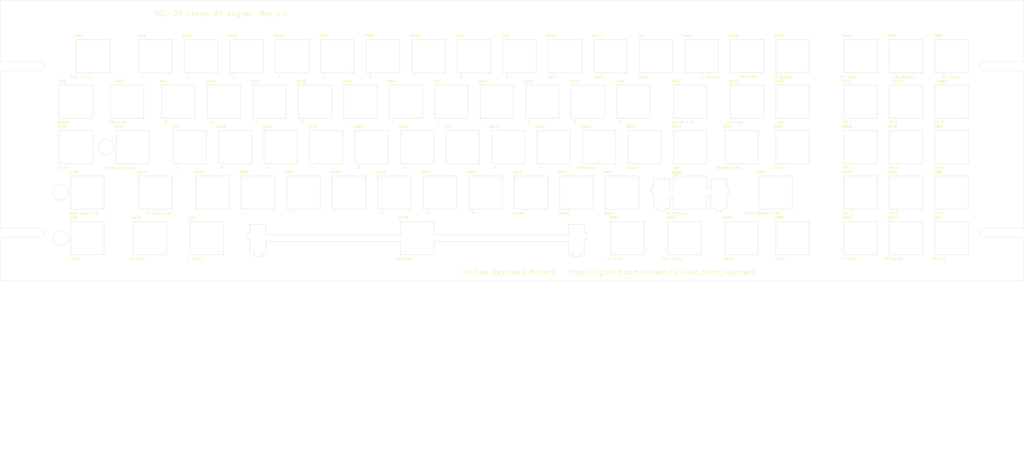
<source format=kicad_pcb>
(kicad_pcb (version 20171130) (host pcbnew "(5.1.5-0-10_14)")

  (general
    (thickness 1.6)
    (drawings 26)
    (tracks 0)
    (zones 0)
    (modules 94)
    (nets 1)
  )

  (page C)
  (title_block
    (title "Unified Retro Keyboard")
    (date 2019-08-25)
    (rev 1.1)
    (company OSIWeb.org)
    (comment 1 "Key aligner - Cherry")
  )

  (layers
    (0 F.Cu signal)
    (31 B.Cu signal)
    (32 B.Adhes user)
    (33 F.Adhes user)
    (34 B.Paste user)
    (35 F.Paste user)
    (36 B.SilkS user)
    (37 F.SilkS user)
    (38 B.Mask user)
    (39 F.Mask user)
    (40 Dwgs.User user)
    (41 Cmts.User user)
    (42 Eco1.User user)
    (43 Eco2.User user)
    (44 Edge.Cuts user)
    (45 Margin user)
    (46 B.CrtYd user)
    (47 F.CrtYd user)
    (48 B.Fab user)
    (49 F.Fab user)
  )

  (setup
    (last_trace_width 0.254)
    (user_trace_width 0.254)
    (user_trace_width 0.508)
    (user_trace_width 1.27)
    (trace_clearance 0.2)
    (zone_clearance 0.508)
    (zone_45_only no)
    (trace_min 0.2)
    (via_size 0.8128)
    (via_drill 0.4064)
    (via_min_size 0.4)
    (via_min_drill 0.3)
    (user_via 1.27 0.7112)
    (uvia_size 0.3048)
    (uvia_drill 0.1016)
    (uvias_allowed no)
    (uvia_min_size 0.2)
    (uvia_min_drill 0.1)
    (edge_width 0.05)
    (segment_width 0.2)
    (pcb_text_width 0.3)
    (pcb_text_size 1.5 1.5)
    (mod_edge_width 0.12)
    (mod_text_size 1 1)
    (mod_text_width 0.15)
    (pad_size 3.81 3.81)
    (pad_drill 3.81)
    (pad_to_mask_clearance 0)
    (aux_axis_origin 61.4172 179.1081)
    (grid_origin 76.835 223.393)
    (visible_elements 7FFFEFFF)
    (pcbplotparams
      (layerselection 0x010fc_ffffffff)
      (usegerberextensions false)
      (usegerberattributes false)
      (usegerberadvancedattributes false)
      (creategerberjobfile false)
      (excludeedgelayer true)
      (linewidth 0.100000)
      (plotframeref false)
      (viasonmask false)
      (mode 1)
      (useauxorigin false)
      (hpglpennumber 1)
      (hpglpenspeed 20)
      (hpglpendiameter 15.000000)
      (psnegative false)
      (psa4output false)
      (plotreference true)
      (plotvalue true)
      (plotinvisibletext false)
      (padsonsilk false)
      (subtractmaskfromsilk false)
      (outputformat 1)
      (mirror false)
      (drillshape 0)
      (scaleselection 1)
      (outputdirectory "outputs"))
  )

  (net 0 "")

  (net_class Default "This is the default net class."
    (clearance 0.2)
    (trace_width 0.254)
    (via_dia 0.8128)
    (via_drill 0.4064)
    (uvia_dia 0.3048)
    (uvia_drill 0.1016)
    (diff_pair_width 0.2032)
    (diff_pair_gap 0.254)
  )

  (net_class power1 ""
    (clearance 0.254)
    (trace_width 1.27)
    (via_dia 1.27)
    (via_drill 0.7112)
    (uvia_dia 0.3048)
    (uvia_drill 0.1016)
    (diff_pair_width 0.2032)
    (diff_pair_gap 0.254)
  )

  (net_class signal ""
    (clearance 0.2032)
    (trace_width 0.254)
    (via_dia 0.8128)
    (via_drill 0.4064)
    (uvia_dia 0.3048)
    (uvia_drill 0.1016)
    (diff_pair_width 0.2032)
    (diff_pair_gap 0.254)
  )

  (module unikbd:MX_2u_aligner locked (layer F.Cu) (tedit 5E8CCCF3) (tstamp 5E12D3B8)
    (at 365.75238 187.74156)
    (path /5BC3E99D/5BC6D0C2)
    (fp_text reference SW55 (at -5.7912 -8.6106) (layer F.SilkS)
      (effects (font (size 1 1) (thickness 0.15)))
    )
    (fp_text value "RT Shift: 2x" (at -5.334 8.6614) (layer F.SilkS)
      (effects (font (size 1 1) (thickness 0.15)))
    )
    (fp_line (start 6.985 1.397) (end 8.6106 1.397) (layer Edge.Cuts) (width 0.12))
    (fp_line (start 6.985 -1.397) (end 8.6106 -1.397) (layer Edge.Cuts) (width 0.12))
    (fp_line (start -8.6106 -1.397) (end -6.985 -1.397) (layer Edge.Cuts) (width 0.12))
    (fp_line (start -8.6106 1.397) (end -6.985 1.397) (layer Edge.Cuts) (width 0.12))
    (fp_text user SW** (at -5.334 -7.874) (layer F.SilkS)
      (effects (font (size 1 1) (thickness 0.15)))
    )
    (fp_text user MX_space_aligner (at -0.6096 7.9248) (layer B.Fab)
      (effects (font (size 1 1) (thickness 0.15)))
    )
    (fp_line (start 15.2654 -5.6896) (end 15.2654 -2.286) (layer Edge.Cuts) (width 0.12))
    (fp_line (start 15.2654 -2.286) (end 16.129 -2.286) (layer Edge.Cuts) (width 0.12))
    (fp_line (start 16.129 -2.286) (end 16.129 0.508) (layer Edge.Cuts) (width 0.12))
    (fp_line (start 16.129 0.508) (end 15.2654 0.508) (layer Edge.Cuts) (width 0.12))
    (fp_line (start 15.2654 0.508) (end 15.2654 6.604) (layer Edge.Cuts) (width 0.12))
    (fp_line (start 15.2654 6.604) (end 13.462 6.604) (layer Edge.Cuts) (width 0.12))
    (fp_line (start 13.462 6.604) (end 13.462 7.7724) (layer Edge.Cuts) (width 0.12))
    (fp_line (start 6.985 -6.985) (end 6.985 -1.397) (layer Edge.Cuts) (width 0.12))
    (fp_line (start 8.6106 -5.6896) (end 15.2654 -5.6896) (layer Edge.Cuts) (width 0.12))
    (fp_line (start 8.6106 -1.397) (end 8.6106 -5.6896) (layer Edge.Cuts) (width 0.12))
    (fp_line (start 13.462 7.7724) (end 10.414 7.7724) (layer Edge.Cuts) (width 0.12))
    (fp_line (start 10.414 7.7724) (end 10.414 6.604) (layer Edge.Cuts) (width 0.12))
    (fp_line (start 10.414 6.604) (end 8.6106 6.604) (layer Edge.Cuts) (width 0.12))
    (fp_line (start 8.6106 6.604) (end 8.6106 1.397) (layer Edge.Cuts) (width 0.12))
    (fp_line (start 6.985 1.397) (end 6.985 6.985) (layer Edge.Cuts) (width 0.12))
    (fp_line (start 6.985 6.985) (end -6.985 6.985) (layer Edge.Cuts) (width 0.12))
    (fp_line (start -6.985 6.985) (end -6.985 1.397) (layer Edge.Cuts) (width 0.12))
    (fp_line (start -8.6106 1.397) (end -8.6106 6.604) (layer Edge.Cuts) (width 0.12))
    (fp_line (start -8.6106 6.604) (end -10.414 6.604) (layer Edge.Cuts) (width 0.12))
    (fp_line (start -10.414 6.604) (end -10.414 7.7724) (layer Edge.Cuts) (width 0.12))
    (fp_line (start -10.414 7.7724) (end -13.462 7.7724) (layer Edge.Cuts) (width 0.12))
    (fp_line (start -13.462 7.7724) (end -13.462 6.604) (layer Edge.Cuts) (width 0.12))
    (fp_line (start -13.462 6.604) (end -15.2654 6.604) (layer Edge.Cuts) (width 0.12))
    (fp_line (start -15.2654 6.604) (end -15.2654 0.508) (layer Edge.Cuts) (width 0.12))
    (fp_line (start -15.2654 0.508) (end -16.129 0.508) (layer Edge.Cuts) (width 0.12))
    (fp_line (start -16.129 0.508) (end -16.129 -2.286) (layer Edge.Cuts) (width 0.12))
    (fp_line (start -16.129 -2.286) (end -15.2654 -2.286) (layer Edge.Cuts) (width 0.12))
    (fp_line (start -15.2654 -2.286) (end -15.2654 -5.6896) (layer Edge.Cuts) (width 0.12))
    (fp_line (start -15.2654 -5.6896) (end -8.6106 -5.6896) (layer Edge.Cuts) (width 0.12))
    (fp_line (start -8.6106 -5.6896) (end -8.6106 -1.397) (layer Edge.Cuts) (width 0.12))
    (fp_line (start -6.985 -1.397) (end -6.985 -6.985) (layer Edge.Cuts) (width 0.12))
    (fp_line (start -6.985 -6.985) (end 6.985 -6.985) (layer Edge.Cuts) (width 0.12))
  )

  (module unikbd:Key_MX_Aligner locked (layer F.Cu) (tedit 5E75767C) (tstamp 5E12D408)
    (at 401.47113 187.74156)
    (path /5BC3E99D/5BC6D0C9)
    (fp_text reference SW59 (at -5.7912 -8.6106) (layer F.SilkS)
      (effects (font (size 1 1) (thickness 0.15)))
    )
    (fp_text value "Mode Select: 1.75x" (at -5.334 8.6614) (layer F.SilkS)
      (effects (font (size 1 1) (thickness 0.15)))
    )
    (fp_line (start -6.985 -6.985) (end -6.985 6.985) (layer Edge.Cuts) (width 0.12))
    (fp_line (start 6.985 6.985) (end 6.985 -6.985) (layer Edge.Cuts) (width 0.12))
    (fp_line (start -6.985 -6.985) (end 6.985 -6.985) (layer Edge.Cuts) (width 0.12))
    (fp_line (start -6.985 6.985) (end 6.985 6.985) (layer Edge.Cuts) (width 0.12))
  )

  (module unikbd:Key_MX_Aligner locked (layer F.Cu) (tedit 5E75767C) (tstamp 5E12D458)
    (at 251.45238 168.69156)
    (path /5BC3E99D/5BC3FF70)
    (fp_text reference SW63 (at -5.7912 -8.6106) (layer F.SilkS)
      (effects (font (size 1 1) (thickness 0.15)))
    )
    (fp_text value H (at -5.334 8.6614) (layer F.SilkS)
      (effects (font (size 1 1) (thickness 0.15)))
    )
    (fp_line (start -6.985 -6.985) (end -6.985 6.985) (layer Edge.Cuts) (width 0.12))
    (fp_line (start 6.985 6.985) (end 6.985 -6.985) (layer Edge.Cuts) (width 0.12))
    (fp_line (start -6.985 -6.985) (end 6.985 -6.985) (layer Edge.Cuts) (width 0.12))
    (fp_line (start -6.985 6.985) (end 6.985 6.985) (layer Edge.Cuts) (width 0.12))
  )

  (module unikbd:Key_MX_Aligner locked (layer F.Cu) (tedit 5E75767C) (tstamp 5E12D41C)
    (at 232.40238 168.69156)
    (path /5BC3E99D/5BC3FF77)
    (fp_text reference SW60 (at -5.7912 -8.6106) (layer F.SilkS)
      (effects (font (size 1 1) (thickness 0.15)))
    )
    (fp_text value G (at -5.334 8.6614) (layer F.SilkS)
      (effects (font (size 1 1) (thickness 0.15)))
    )
    (fp_line (start -6.985 -6.985) (end -6.985 6.985) (layer Edge.Cuts) (width 0.12))
    (fp_line (start 6.985 6.985) (end 6.985 -6.985) (layer Edge.Cuts) (width 0.12))
    (fp_line (start -6.985 -6.985) (end 6.985 -6.985) (layer Edge.Cuts) (width 0.12))
    (fp_line (start -6.985 6.985) (end 6.985 6.985) (layer Edge.Cuts) (width 0.12))
  )

  (module unikbd:Key_MX_Aligner locked (layer F.Cu) (tedit 5E75767C) (tstamp 5E12D430)
    (at 387.18363 168.69156)
    (path /5BC3E99D/5BC6CD87)
    (fp_text reference SW61 (at -5.7912 -8.6106) (layer F.SilkS)
      (effects (font (size 1 1) (thickness 0.15)))
    )
    (fp_text value "Repeat: 1.25x" (at -5.334 8.6614) (layer F.SilkS)
      (effects (font (size 1 1) (thickness 0.15)))
    )
    (fp_line (start -6.985 -6.985) (end -6.985 6.985) (layer Edge.Cuts) (width 0.12))
    (fp_line (start 6.985 6.985) (end 6.985 -6.985) (layer Edge.Cuts) (width 0.12))
    (fp_line (start -6.985 -6.985) (end 6.985 -6.985) (layer Edge.Cuts) (width 0.12))
    (fp_line (start -6.985 6.985) (end 6.985 6.985) (layer Edge.Cuts) (width 0.12))
  )

  (module unikbd:Key_MX_Aligner locked (layer F.Cu) (tedit 5E75767C) (tstamp 5E12D3CC)
    (at 213.35238 168.69156)
    (path /5BC3E99D/5BC3FF69)
    (fp_text reference SW56 (at -5.7912 -8.6106) (layer F.SilkS)
      (effects (font (size 1 1) (thickness 0.15)))
    )
    (fp_text value F (at -5.334 8.6614) (layer F.SilkS)
      (effects (font (size 1 1) (thickness 0.15)))
    )
    (fp_line (start -6.985 -6.985) (end -6.985 6.985) (layer Edge.Cuts) (width 0.12))
    (fp_line (start 6.985 6.985) (end 6.985 -6.985) (layer Edge.Cuts) (width 0.12))
    (fp_line (start -6.985 -6.985) (end 6.985 -6.985) (layer Edge.Cuts) (width 0.12))
    (fp_line (start -6.985 6.985) (end 6.985 6.985) (layer Edge.Cuts) (width 0.12))
  )

  (module unikbd:Key_MX_Aligner locked (layer F.Cu) (tedit 5E75767C) (tstamp 5E12D46C)
    (at 408.61488 168.69156)
    (path /5BC3E99D/5BC6CD80)
    (fp_text reference SW64 (at -5.7912 -8.6106) (layer F.SilkS)
      (effects (font (size 1 1) (thickness 0.15)))
    )
    (fp_text value "RT Ctrl" (at -5.334 8.6614) (layer F.SilkS)
      (effects (font (size 1 1) (thickness 0.15)))
    )
    (fp_line (start -6.985 -6.985) (end -6.985 6.985) (layer Edge.Cuts) (width 0.12))
    (fp_line (start 6.985 6.985) (end 6.985 -6.985) (layer Edge.Cuts) (width 0.12))
    (fp_line (start -6.985 -6.985) (end 6.985 -6.985) (layer Edge.Cuts) (width 0.12))
    (fp_line (start -6.985 6.985) (end 6.985 6.985) (layer Edge.Cuts) (width 0.12))
  )

  (module unikbd:Key_MX_Aligner locked (layer F.Cu) (tedit 5E75767C) (tstamp 5E12D250)
    (at 270.50238 168.69156)
    (path /5BC3E99D/5E1BE11F)
    (fp_text reference SW37 (at -5.7912 -8.6106) (layer F.SilkS)
      (effects (font (size 1 1) (thickness 0.15)))
    )
    (fp_text value J (at -5.334 8.6614) (layer F.SilkS)
      (effects (font (size 1 1) (thickness 0.15)))
    )
    (fp_line (start -6.985 -6.985) (end -6.985 6.985) (layer Edge.Cuts) (width 0.12))
    (fp_line (start 6.985 6.985) (end 6.985 -6.985) (layer Edge.Cuts) (width 0.12))
    (fp_line (start -6.985 -6.985) (end 6.985 -6.985) (layer Edge.Cuts) (width 0.12))
    (fp_line (start -6.985 6.985) (end 6.985 6.985) (layer Edge.Cuts) (width 0.12))
  )

  (module unikbd:Key_MX_Aligner locked (layer F.Cu) (tedit 5E75767C) (tstamp 5E12D55C)
    (at 456.11288 168.69156)
    (path /5E16AC8E/5E1BE10C)
    (fp_text reference SW76 (at -5.7912 -8.6106) (layer F.SilkS)
      (effects (font (size 1 1) (thickness 0.15)))
    )
    (fp_text value "NP 5" (at -5.334 8.6614) (layer F.SilkS)
      (effects (font (size 1 1) (thickness 0.15)))
    )
    (fp_line (start -6.985 -6.985) (end -6.985 6.985) (layer Edge.Cuts) (width 0.12))
    (fp_line (start 6.985 6.985) (end 6.985 -6.985) (layer Edge.Cuts) (width 0.12))
    (fp_line (start -6.985 -6.985) (end 6.985 -6.985) (layer Edge.Cuts) (width 0.12))
    (fp_line (start -6.985 6.985) (end 6.985 6.985) (layer Edge.Cuts) (width 0.12))
  )

  (module unikbd:Key_MX_Aligner locked (layer F.Cu) (tedit 5E75767C) (tstamp 5E12D28C)
    (at 132.38988 168.69156)
    (path /5BC3E99D/5BC3FD26)
    (fp_text reference SW40 (at -5.7912 -8.6106) (layer F.SilkS)
      (effects (font (size 1 1) (thickness 0.15)))
    )
    (fp_text value "Shift Lock: 1.5x" (at -5.334 8.6614) (layer F.SilkS)
      (effects (font (size 1 1) (thickness 0.15)))
    )
    (fp_line (start -6.985 -6.985) (end -6.985 6.985) (layer Edge.Cuts) (width 0.12))
    (fp_line (start 6.985 6.985) (end 6.985 -6.985) (layer Edge.Cuts) (width 0.12))
    (fp_line (start -6.985 -6.985) (end 6.985 -6.985) (layer Edge.Cuts) (width 0.12))
    (fp_line (start -6.985 6.985) (end 6.985 6.985) (layer Edge.Cuts) (width 0.12))
  )

  (module unikbd:Key_MX_Aligner locked (layer F.Cu) (tedit 5E75767C) (tstamp 5E12D2A0)
    (at 289.55238 168.69156)
    (path /5BC3E99D/5BC6CD5D)
    (fp_text reference SW41 (at -5.7912 -8.6106) (layer F.SilkS)
      (effects (font (size 1 1) (thickness 0.15)))
    )
    (fp_text value K (at -5.334 8.6614) (layer F.SilkS)
      (effects (font (size 1 1) (thickness 0.15)))
    )
    (fp_line (start -6.985 -6.985) (end -6.985 6.985) (layer Edge.Cuts) (width 0.12))
    (fp_line (start 6.985 6.985) (end 6.985 -6.985) (layer Edge.Cuts) (width 0.12))
    (fp_line (start -6.985 -6.985) (end 6.985 -6.985) (layer Edge.Cuts) (width 0.12))
    (fp_line (start -6.985 6.985) (end 6.985 6.985) (layer Edge.Cuts) (width 0.12))
  )

  (module unikbd:Key_MX_Aligner locked (layer F.Cu) (tedit 5E75767C) (tstamp 5E12D2DC)
    (at 156.20238 168.69156)
    (path /5BC3E99D/5BC3FE57)
    (fp_text reference SW44 (at -5.7912 -8.6106) (layer F.SilkS)
      (effects (font (size 1 1) (thickness 0.15)))
    )
    (fp_text value A (at -5.334 8.6614) (layer F.SilkS)
      (effects (font (size 1 1) (thickness 0.15)))
    )
    (fp_line (start -6.985 -6.985) (end -6.985 6.985) (layer Edge.Cuts) (width 0.12))
    (fp_line (start 6.985 6.985) (end 6.985 -6.985) (layer Edge.Cuts) (width 0.12))
    (fp_line (start -6.985 -6.985) (end 6.985 -6.985) (layer Edge.Cuts) (width 0.12))
    (fp_line (start -6.985 6.985) (end 6.985 6.985) (layer Edge.Cuts) (width 0.12))
  )

  (module unikbd:Key_MX_Aligner locked (layer F.Cu) (tedit 5E75767C) (tstamp 5E12D2F0)
    (at 308.60238 168.69156)
    (path /5BC3E99D/5BC6CD6B)
    (fp_text reference SW45 (at -5.7912 -8.6106) (layer F.SilkS)
      (effects (font (size 1 1) (thickness 0.15)))
    )
    (fp_text value L (at -5.334 8.6614) (layer F.SilkS)
      (effects (font (size 1 1) (thickness 0.15)))
    )
    (fp_line (start -6.985 -6.985) (end -6.985 6.985) (layer Edge.Cuts) (width 0.12))
    (fp_line (start 6.985 6.985) (end 6.985 -6.985) (layer Edge.Cuts) (width 0.12))
    (fp_line (start -6.985 -6.985) (end 6.985 -6.985) (layer Edge.Cuts) (width 0.12))
    (fp_line (start -6.985 6.985) (end 6.985 6.985) (layer Edge.Cuts) (width 0.12))
  )

  (module unikbd:Key_MX_Aligner locked (layer F.Cu) (tedit 5E75767C) (tstamp 5E12D32C)
    (at 175.25238 168.69156)
    (path /5BC3E99D/5E1BE11D)
    (fp_text reference SW48 (at -5.7912 -8.6106) (layer F.SilkS)
      (effects (font (size 1 1) (thickness 0.15)))
    )
    (fp_text value S (at -5.334 8.6614) (layer F.SilkS)
      (effects (font (size 1 1) (thickness 0.15)))
    )
    (fp_line (start -6.985 -6.985) (end -6.985 6.985) (layer Edge.Cuts) (width 0.12))
    (fp_line (start 6.985 6.985) (end 6.985 -6.985) (layer Edge.Cuts) (width 0.12))
    (fp_line (start -6.985 -6.985) (end 6.985 -6.985) (layer Edge.Cuts) (width 0.12))
    (fp_line (start -6.985 6.985) (end 6.985 6.985) (layer Edge.Cuts) (width 0.12))
  )

  (module unikbd:Key_MX_Aligner locked (layer F.Cu) (tedit 5E75767C) (tstamp 5E12D340)
    (at 327.65238 168.69156)
    (path /5BC3E99D/5BC6CD64)
    (fp_text reference SW49 (at -5.7912 -8.6106) (layer F.SilkS)
      (effects (font (size 1 1) (thickness 0.15)))
    )
    (fp_text value Semicolon (at -5.334 8.6614) (layer F.SilkS)
      (effects (font (size 1 1) (thickness 0.15)))
    )
    (fp_line (start -6.985 -6.985) (end -6.985 6.985) (layer Edge.Cuts) (width 0.12))
    (fp_line (start 6.985 6.985) (end 6.985 -6.985) (layer Edge.Cuts) (width 0.12))
    (fp_line (start -6.985 -6.985) (end 6.985 -6.985) (layer Edge.Cuts) (width 0.12))
    (fp_line (start -6.985 6.985) (end 6.985 6.985) (layer Edge.Cuts) (width 0.12))
  )

  (module unikbd:Key_MX_Aligner locked (layer F.Cu) (tedit 5E75767C) (tstamp 5E12D37C)
    (at 194.30238 168.69156)
    (path /5BC3E99D/5E0AC938)
    (fp_text reference SW52 (at -5.7912 -8.6106) (layer F.SilkS)
      (effects (font (size 1 1) (thickness 0.15)))
    )
    (fp_text value D (at -5.334 8.6614) (layer F.SilkS)
      (effects (font (size 1 1) (thickness 0.15)))
    )
    (fp_line (start -6.985 -6.985) (end -6.985 6.985) (layer Edge.Cuts) (width 0.12))
    (fp_line (start 6.985 6.985) (end 6.985 -6.985) (layer Edge.Cuts) (width 0.12))
    (fp_line (start -6.985 -6.985) (end 6.985 -6.985) (layer Edge.Cuts) (width 0.12))
    (fp_line (start -6.985 6.985) (end 6.985 6.985) (layer Edge.Cuts) (width 0.12))
  )

  (module unikbd:Key_MX_Aligner locked (layer F.Cu) (tedit 5E75767C) (tstamp 5E12D390)
    (at 346.70238 168.69156)
    (path /5BC3E99D/5BC6CD72)
    (fp_text reference SW53 (at -5.7912 -8.6106) (layer F.SilkS)
      (effects (font (size 1 1) (thickness 0.15)))
    )
    (fp_text value Colon (at -5.334 8.6614) (layer F.SilkS)
      (effects (font (size 1 1) (thickness 0.15)))
    )
    (fp_line (start -6.985 -6.985) (end -6.985 6.985) (layer Edge.Cuts) (width 0.12))
    (fp_line (start 6.985 6.985) (end 6.985 -6.985) (layer Edge.Cuts) (width 0.12))
    (fp_line (start -6.985 -6.985) (end 6.985 -6.985) (layer Edge.Cuts) (width 0.12))
    (fp_line (start -6.985 6.985) (end 6.985 6.985) (layer Edge.Cuts) (width 0.12))
  )

  (module unikbd:Key_MX_Aligner locked (layer F.Cu) (tedit 5E75767C) (tstamp 5E12D4BC)
    (at 437.06288 168.69156)
    (path /5E16AC8E/5E1BE109)
    (fp_text reference SW68 (at -5.7912 -8.6106) (layer F.SilkS)
      (effects (font (size 1 1) (thickness 0.15)))
    )
    (fp_text value "NP 4" (at -5.334 8.6614) (layer F.SilkS)
      (effects (font (size 1 1) (thickness 0.15)))
    )
    (fp_line (start -6.985 -6.985) (end -6.985 6.985) (layer Edge.Cuts) (width 0.12))
    (fp_line (start 6.985 6.985) (end 6.985 -6.985) (layer Edge.Cuts) (width 0.12))
    (fp_line (start -6.985 -6.985) (end 6.985 -6.985) (layer Edge.Cuts) (width 0.12))
    (fp_line (start -6.985 6.985) (end 6.985 6.985) (layer Edge.Cuts) (width 0.12))
  )

  (module unikbd:Key_MX_Aligner locked (layer F.Cu) (tedit 5E75767C) (tstamp 5E12D5E8)
    (at 475.16288 168.69156)
    (path /5E16AC8E/5E1BE10D)
    (fp_text reference SW83 (at -5.7912 -8.6106) (layer F.SilkS)
      (effects (font (size 1 1) (thickness 0.15)))
    )
    (fp_text value "NP 6" (at -5.334 8.6614) (layer F.SilkS)
      (effects (font (size 1 1) (thickness 0.15)))
    )
    (fp_line (start -6.985 -6.985) (end -6.985 6.985) (layer Edge.Cuts) (width 0.12))
    (fp_line (start 6.985 6.985) (end 6.985 -6.985) (layer Edge.Cuts) (width 0.12))
    (fp_line (start -6.985 -6.985) (end 6.985 -6.985) (layer Edge.Cuts) (width 0.12))
    (fp_line (start -6.985 6.985) (end 6.985 6.985) (layer Edge.Cuts) (width 0.12))
  )

  (module unikbd:Key_MX_Aligner locked (layer F.Cu) (tedit 5E75767C) (tstamp 5E12D3E0)
    (at 365.75238 168.69156)
    (path /5BC3E99D/5BC6CD79)
    (fp_text reference SW57 (at -5.7912 -8.6106) (layer F.SilkS)
      (effects (font (size 1 1) (thickness 0.15)))
    )
    (fp_text value DEL (at -5.334 8.6614) (layer F.SilkS)
      (effects (font (size 1 1) (thickness 0.15)))
    )
    (fp_line (start -6.985 -6.985) (end -6.985 6.985) (layer Edge.Cuts) (width 0.12))
    (fp_line (start 6.985 6.985) (end 6.985 -6.985) (layer Edge.Cuts) (width 0.12))
    (fp_line (start -6.985 -6.985) (end 6.985 -6.985) (layer Edge.Cuts) (width 0.12))
    (fp_line (start -6.985 6.985) (end 6.985 6.985) (layer Edge.Cuts) (width 0.12))
  )

  (module unikbd:Key_MX_Aligner locked (layer F.Cu) (tedit 5E75767C) (tstamp 5E12D3A4)
    (at 203.82738 187.74156)
    (path /5BC3E99D/5BC6CEF2)
    (fp_text reference SW54 (at -5.7912 -8.6106) (layer F.SilkS)
      (effects (font (size 1 1) (thickness 0.15)))
    )
    (fp_text value C (at -5.334 8.6614) (layer F.SilkS)
      (effects (font (size 1 1) (thickness 0.15)))
    )
    (fp_line (start -6.985 -6.985) (end -6.985 6.985) (layer Edge.Cuts) (width 0.12))
    (fp_line (start 6.985 6.985) (end 6.985 -6.985) (layer Edge.Cuts) (width 0.12))
    (fp_line (start -6.985 -6.985) (end 6.985 -6.985) (layer Edge.Cuts) (width 0.12))
    (fp_line (start -6.985 6.985) (end 6.985 6.985) (layer Edge.Cuts) (width 0.12))
  )

  (module unikbd:Key_MX_Aligner locked (layer F.Cu) (tedit 5E75767C) (tstamp 5E6EC726)
    (at 163.34613 206.79156)
    (path /5E16AC8E/5E1BE0F6)
    (fp_text reference SW74 (at -5.7912 -8.6106) (layer F.SilkS)
      (effects (font (size 1 1) (thickness 0.15)))
    )
    (fp_text value "LT Arrow" (at -5.334 8.6614) (layer F.SilkS)
      (effects (font (size 1 1) (thickness 0.15)))
    )
    (fp_line (start -6.985 -6.985) (end -6.985 6.985) (layer Edge.Cuts) (width 0.12))
    (fp_line (start 6.985 6.985) (end 6.985 -6.985) (layer Edge.Cuts) (width 0.12))
    (fp_line (start -6.985 -6.985) (end 6.985 -6.985) (layer Edge.Cuts) (width 0.12))
    (fp_line (start -6.985 6.985) (end 6.985 6.985) (layer Edge.Cuts) (width 0.12))
  )

  (module unikbd:Key_MX_Aligner locked (layer F.Cu) (tedit 5E75767C) (tstamp 5E120789)
    (at 475.16288 149.64156)
    (path /5E16AC8E/5E1BE103)
    (fp_text reference SW85 (at -4.03098 -8.56996) (layer F.SilkS)
      (effects (font (size 1 1) (thickness 0.15)))
    )
    (fp_text value "NP 9" (at -5.334 8.6614) (layer F.SilkS)
      (effects (font (size 1 1) (thickness 0.15)))
    )
    (fp_line (start -6.985 -6.985) (end -6.985 6.985) (layer Edge.Cuts) (width 0.12))
    (fp_line (start 6.985 6.985) (end 6.985 -6.985) (layer Edge.Cuts) (width 0.12))
    (fp_line (start -6.985 -6.985) (end 6.985 -6.985) (layer Edge.Cuts) (width 0.12))
    (fp_line (start -6.985 6.985) (end 6.985 6.985) (layer Edge.Cuts) (width 0.12))
  )

  (module unikbd:Key_MX_Aligner locked (layer F.Cu) (tedit 5E75767C) (tstamp 5E12D1C4)
    (at 227.63988 149.64156)
    (path /5BC3EA0A/5BCAF420)
    (fp_text reference SW30 (at -5.7912 -8.6106) (layer F.SilkS)
      (effects (font (size 1 1) (thickness 0.15)))
    )
    (fp_text value T (at -5.334 8.6614) (layer F.SilkS)
      (effects (font (size 1 1) (thickness 0.15)))
    )
    (fp_line (start -6.985 -6.985) (end -6.985 6.985) (layer Edge.Cuts) (width 0.12))
    (fp_line (start 6.985 6.985) (end 6.985 -6.985) (layer Edge.Cuts) (width 0.12))
    (fp_line (start -6.985 -6.985) (end 6.985 -6.985) (layer Edge.Cuts) (width 0.12))
    (fp_line (start -6.985 6.985) (end 6.985 6.985) (layer Edge.Cuts) (width 0.12))
  )

  (module unikbd:Key_MX_Aligner locked (layer F.Cu) (tedit 5E75767C) (tstamp 5E12D64C)
    (at 408.61488 206.79156)
    (path /5E16AC8E/5E1BE0F8)
    (fp_text reference SW88 (at -5.7912 -8.6106) (layer F.SilkS)
      (effects (font (size 1 1) (thickness 0.15)))
    )
    (fp_text value Clear (at -5.334 8.6614) (layer F.SilkS)
      (effects (font (size 1 1) (thickness 0.15)))
    )
    (fp_line (start -6.985 -6.985) (end -6.985 6.985) (layer Edge.Cuts) (width 0.12))
    (fp_line (start 6.985 6.985) (end 6.985 -6.985) (layer Edge.Cuts) (width 0.12))
    (fp_line (start -6.985 -6.985) (end 6.985 -6.985) (layer Edge.Cuts) (width 0.12))
    (fp_line (start -6.985 6.985) (end 6.985 6.985) (layer Edge.Cuts) (width 0.12))
  )

  (module unikbd:Key_MX_Aligner locked (layer F.Cu) (tedit 5E75767C) (tstamp 5E12D638)
    (at 387.18363 206.79156)
    (path /5E16AC8E/5E1BE0F9)
    (fp_text reference SW87 (at -5.7912 -8.6106) (layer F.SilkS)
      (effects (font (size 1 1) (thickness 0.15)))
    )
    (fp_text value Home (at -5.334 8.6614) (layer F.SilkS)
      (effects (font (size 1 1) (thickness 0.15)))
    )
    (fp_line (start -6.985 -6.985) (end -6.985 6.985) (layer Edge.Cuts) (width 0.12))
    (fp_line (start 6.985 6.985) (end 6.985 -6.985) (layer Edge.Cuts) (width 0.12))
    (fp_line (start -6.985 -6.985) (end 6.985 -6.985) (layer Edge.Cuts) (width 0.12))
    (fp_line (start -6.985 6.985) (end 6.985 6.985) (layer Edge.Cuts) (width 0.12))
  )

  (module unikbd:Key_MX_Aligner locked (layer F.Cu) (tedit 5E75767C) (tstamp 5E12D624)
    (at 475.16288 187.74156)
    (path /5E16AC8E/5E1BE10E)
    (fp_text reference SW86 (at -5.7912 -8.6106) (layer F.SilkS)
      (effects (font (size 1 1) (thickness 0.15)))
    )
    (fp_text value "NP 3" (at -5.334 8.6614) (layer F.SilkS)
      (effects (font (size 1 1) (thickness 0.15)))
    )
    (fp_line (start -6.985 -6.985) (end -6.985 6.985) (layer Edge.Cuts) (width 0.12))
    (fp_line (start 6.985 6.985) (end 6.985 -6.985) (layer Edge.Cuts) (width 0.12))
    (fp_line (start -6.985 -6.985) (end 6.985 -6.985) (layer Edge.Cuts) (width 0.12))
    (fp_line (start -6.985 6.985) (end 6.985 6.985) (layer Edge.Cuts) (width 0.12))
  )

  (module unikbd:Key_MX_Aligner locked (layer F.Cu) (tedit 5E75767C) (tstamp 5E12D5FC)
    (at 363.37113 206.79156)
    (path /5E16AC8E/5E1BE0F7)
    (fp_text reference SW84 (at -5.7912 -8.6106) (layer F.SilkS)
      (effects (font (size 1 1) (thickness 0.15)))
    )
    (fp_text value "Down Arrow" (at -5.334 8.6614) (layer F.SilkS)
      (effects (font (size 1 1) (thickness 0.15)))
    )
    (fp_line (start -6.985 -6.985) (end -6.985 6.985) (layer Edge.Cuts) (width 0.12))
    (fp_line (start 6.985 6.985) (end 6.985 -6.985) (layer Edge.Cuts) (width 0.12))
    (fp_line (start -6.985 -6.985) (end 6.985 -6.985) (layer Edge.Cuts) (width 0.12))
    (fp_line (start -6.985 6.985) (end 6.985 6.985) (layer Edge.Cuts) (width 0.12))
  )

  (module unikbd:Key_MX_Aligner locked (layer F.Cu) (tedit 5E75767C) (tstamp 5E12D5D4)
    (at 475.16288 130.59156)
    (path /5E16AC8E/5E1BE102)
    (fp_text reference SW82 (at -5.7912 -8.6106) (layer F.SilkS)
      (effects (font (size 1 1) (thickness 0.15)))
    )
    (fp_text value "NP divide" (at -0.29718 8.72744) (layer F.SilkS)
      (effects (font (size 1 1) (thickness 0.15)))
    )
    (fp_line (start -6.985 -6.985) (end -6.985 6.985) (layer Edge.Cuts) (width 0.12))
    (fp_line (start 6.985 6.985) (end 6.985 -6.985) (layer Edge.Cuts) (width 0.12))
    (fp_line (start -6.985 -6.985) (end 6.985 -6.985) (layer Edge.Cuts) (width 0.12))
    (fp_line (start -6.985 6.985) (end 6.985 6.985) (layer Edge.Cuts) (width 0.12))
  )

  (module unikbd:Key_MX_Aligner locked (layer F.Cu) (tedit 5E75767C) (tstamp 5E10B4C4)
    (at 339.55863 206.79156)
    (path /5E16AC8E/5E1BE119)
    (fp_text reference SW81 (at -5.7912 -8.6106) (layer F.SilkS)
      (effects (font (size 1 1) (thickness 0.15)))
    )
    (fp_text value "RT Arrow" (at -5.334 8.6614) (layer F.SilkS)
      (effects (font (size 1 1) (thickness 0.15)))
    )
    (fp_line (start -6.985 -6.985) (end -6.985 6.985) (layer Edge.Cuts) (width 0.12))
    (fp_line (start 6.985 6.985) (end 6.985 -6.985) (layer Edge.Cuts) (width 0.12))
    (fp_line (start -6.985 -6.985) (end 6.985 -6.985) (layer Edge.Cuts) (width 0.12))
    (fp_line (start -6.985 6.985) (end 6.985 6.985) (layer Edge.Cuts) (width 0.12))
  )

  (module unikbd:Key_MX_Aligner locked (layer F.Cu) (tedit 5E75767C) (tstamp 5E12D5AC)
    (at 456.11288 187.74156)
    (path /5E16AC8E/5E1BE10B)
    (fp_text reference SW80 (at -5.7912 -8.6106) (layer F.SilkS)
      (effects (font (size 1 1) (thickness 0.15)))
    )
    (fp_text value "NP 2" (at -5.334 8.6614) (layer F.SilkS)
      (effects (font (size 1 1) (thickness 0.15)))
    )
    (fp_line (start -6.985 -6.985) (end -6.985 6.985) (layer Edge.Cuts) (width 0.12))
    (fp_line (start 6.985 6.985) (end 6.985 -6.985) (layer Edge.Cuts) (width 0.12))
    (fp_line (start -6.985 -6.985) (end 6.985 -6.985) (layer Edge.Cuts) (width 0.12))
    (fp_line (start -6.985 6.985) (end 6.985 6.985) (layer Edge.Cuts) (width 0.12))
  )

  (module unikbd:Key_MX_Aligner locked (layer F.Cu) (tedit 5E75767C) (tstamp 5E12D598)
    (at 456.11288 149.64156)
    (path /5E16AC8E/5E1BE100)
    (fp_text reference SW79 (at -3.75158 -8.56996) (layer F.SilkS)
      (effects (font (size 1 1) (thickness 0.15)))
    )
    (fp_text value "NP 8" (at -5.334 8.6614) (layer F.SilkS)
      (effects (font (size 1 1) (thickness 0.15)))
    )
    (fp_line (start -6.985 -6.985) (end -6.985 6.985) (layer Edge.Cuts) (width 0.12))
    (fp_line (start 6.985 6.985) (end 6.985 -6.985) (layer Edge.Cuts) (width 0.12))
    (fp_line (start -6.985 -6.985) (end 6.985 -6.985) (layer Edge.Cuts) (width 0.12))
    (fp_line (start -6.985 6.985) (end 6.985 6.985) (layer Edge.Cuts) (width 0.12))
  )

  (module unikbd:Key_MX_Aligner locked (layer F.Cu) (tedit 5E75767C) (tstamp 5E12D570)
    (at 475.16288 206.79156)
    (path /5E16AC8E/5E1BE116)
    (fp_text reference SW77 (at -5.7912 -8.6106) (layer F.SilkS)
      (effects (font (size 1 1) (thickness 0.15)))
    )
    (fp_text value "NP plus" (at -5.334 8.6614) (layer F.SilkS)
      (effects (font (size 1 1) (thickness 0.15)))
    )
    (fp_line (start -6.985 -6.985) (end -6.985 6.985) (layer Edge.Cuts) (width 0.12))
    (fp_line (start 6.985 6.985) (end 6.985 -6.985) (layer Edge.Cuts) (width 0.12))
    (fp_line (start -6.985 -6.985) (end 6.985 -6.985) (layer Edge.Cuts) (width 0.12))
    (fp_line (start -6.985 6.985) (end 6.985 6.985) (layer Edge.Cuts) (width 0.12))
  )

  (module unikbd:Key_MX_Aligner locked (layer F.Cu) (tedit 5E75767C) (tstamp 5E114E20)
    (at 456.11288 130.59156)
    (path /5E16AC8E/5E1BE101)
    (fp_text reference SW75 (at -5.7912 -8.6106) (layer F.SilkS)
      (effects (font (size 1 1) (thickness 0.15)))
    )
    (fp_text value "NP asterisk" (at -0.88138 8.72744) (layer F.SilkS)
      (effects (font (size 1 1) (thickness 0.15)))
    )
    (fp_line (start -6.985 -6.985) (end -6.985 6.985) (layer Edge.Cuts) (width 0.12))
    (fp_line (start 6.985 6.985) (end 6.985 -6.985) (layer Edge.Cuts) (width 0.12))
    (fp_line (start -6.985 -6.985) (end 6.985 -6.985) (layer Edge.Cuts) (width 0.12))
    (fp_line (start -6.985 6.985) (end 6.985 6.985) (layer Edge.Cuts) (width 0.12))
  )

  (module unikbd:Key_MX_Aligner locked (layer F.Cu) (tedit 5E75767C) (tstamp 5E12D520)
    (at 456.11288 206.79156)
    (path /5E16AC8E/5BC6D0AD)
    (fp_text reference SW73 (at -5.7912 -8.6106) (layer F.SilkS)
      (effects (font (size 1 1) (thickness 0.15)))
    )
    (fp_text value "NP period" (at -5.334 8.6614) (layer F.SilkS)
      (effects (font (size 1 1) (thickness 0.15)))
    )
    (fp_line (start -6.985 -6.985) (end -6.985 6.985) (layer Edge.Cuts) (width 0.12))
    (fp_line (start 6.985 6.985) (end 6.985 -6.985) (layer Edge.Cuts) (width 0.12))
    (fp_line (start -6.985 -6.985) (end 6.985 -6.985) (layer Edge.Cuts) (width 0.12))
    (fp_line (start -6.985 6.985) (end 6.985 6.985) (layer Edge.Cuts) (width 0.12))
  )

  (module unikbd:Key_MX_Aligner locked (layer F.Cu) (tedit 5E75767C) (tstamp 5E12D50C)
    (at 437.06288 187.74156)
    (path /5E16AC8E/5E1BE10A)
    (fp_text reference SW72 (at -5.7912 -8.6106) (layer F.SilkS)
      (effects (font (size 1 1) (thickness 0.15)))
    )
    (fp_text value "NP 1" (at -5.334 8.6614) (layer F.SilkS)
      (effects (font (size 1 1) (thickness 0.15)))
    )
    (fp_line (start -6.985 -6.985) (end -6.985 6.985) (layer Edge.Cuts) (width 0.12))
    (fp_line (start 6.985 6.985) (end 6.985 -6.985) (layer Edge.Cuts) (width 0.12))
    (fp_line (start -6.985 -6.985) (end 6.985 -6.985) (layer Edge.Cuts) (width 0.12))
    (fp_line (start -6.985 6.985) (end 6.985 6.985) (layer Edge.Cuts) (width 0.12))
  )

  (module unikbd:Key_MX_Aligner locked (layer F.Cu) (tedit 5E75767C) (tstamp 5E12D4F8)
    (at 437.06288 149.64156)
    (path /5E16AC8E/5E1BE0FF)
    (fp_text reference SW71 (at -5.7912 -8.6106) (layer F.SilkS)
      (effects (font (size 1 1) (thickness 0.15)))
    )
    (fp_text value "NP 7" (at -5.334 8.6614) (layer F.SilkS)
      (effects (font (size 1 1) (thickness 0.15)))
    )
    (fp_line (start -6.985 -6.985) (end -6.985 6.985) (layer Edge.Cuts) (width 0.12))
    (fp_line (start 6.985 6.985) (end 6.985 -6.985) (layer Edge.Cuts) (width 0.12))
    (fp_line (start -6.985 -6.985) (end 6.985 -6.985) (layer Edge.Cuts) (width 0.12))
    (fp_line (start -6.985 6.985) (end 6.985 6.985) (layer Edge.Cuts) (width 0.12))
  )

  (module unikbd:Key_MX_Aligner locked (layer F.Cu) (tedit 5E75767C) (tstamp 5E12D4E4)
    (at 139.53363 206.79156)
    (path /5E16AC8E/5E1BE0F5)
    (fp_text reference SW70 (at -5.7912 -8.6106) (layer F.SilkS)
      (effects (font (size 1 1) (thickness 0.15)))
    )
    (fp_text value "Up Arrow" (at -5.334 8.6614) (layer F.SilkS)
      (effects (font (size 1 1) (thickness 0.15)))
    )
    (fp_line (start -6.985 -6.985) (end -6.985 6.985) (layer Edge.Cuts) (width 0.12))
    (fp_line (start 6.985 6.985) (end 6.985 -6.985) (layer Edge.Cuts) (width 0.12))
    (fp_line (start -6.985 -6.985) (end 6.985 -6.985) (layer Edge.Cuts) (width 0.12))
    (fp_line (start -6.985 6.985) (end 6.985 6.985) (layer Edge.Cuts) (width 0.12))
  )

  (module unikbd:Key_MX_Aligner locked (layer F.Cu) (tedit 5E75767C) (tstamp 5E12D4D0)
    (at 437.06288 206.79156)
    (path /5E16AC8E/5E149AE2)
    (fp_text reference SW69 (at -5.7912 -8.6106) (layer F.SilkS)
      (effects (font (size 1 1) (thickness 0.15)))
    )
    (fp_text value "NP Zero" (at -5.334 8.6614) (layer F.SilkS)
      (effects (font (size 1 1) (thickness 0.15)))
    )
    (fp_line (start -6.985 -6.985) (end -6.985 6.985) (layer Edge.Cuts) (width 0.12))
    (fp_line (start 6.985 6.985) (end 6.985 -6.985) (layer Edge.Cuts) (width 0.12))
    (fp_line (start -6.985 -6.985) (end 6.985 -6.985) (layer Edge.Cuts) (width 0.12))
    (fp_line (start -6.985 6.985) (end 6.985 6.985) (layer Edge.Cuts) (width 0.12))
  )

  (module unikbd:Key_MX_Aligner locked (layer F.Cu) (tedit 5E75767C) (tstamp 5E12D4A8)
    (at 437.06288 130.59156)
    (path /5E16AC8E/5E13E76B)
    (fp_text reference SW67 (at -5.7912 -8.6106) (layer F.SilkS)
      (effects (font (size 1 1) (thickness 0.15)))
    )
    (fp_text value "NP Dash" (at -5.334 8.6614) (layer F.SilkS)
      (effects (font (size 1 1) (thickness 0.15)))
    )
    (fp_line (start -6.985 -6.985) (end -6.985 6.985) (layer Edge.Cuts) (width 0.12))
    (fp_line (start 6.985 6.985) (end 6.985 -6.985) (layer Edge.Cuts) (width 0.12))
    (fp_line (start -6.985 -6.985) (end 6.985 -6.985) (layer Edge.Cuts) (width 0.12))
    (fp_line (start -6.985 6.985) (end 6.985 6.985) (layer Edge.Cuts) (width 0.12))
  )

  (module unikbd:Key_MX_Aligner locked (layer F.Cu) (tedit 5E75767C) (tstamp 5E12D494)
    (at 113.33988 206.79156)
    (path /5E16AC8E/5E12EFC1)
    (fp_text reference SW66 (at -5.7912 -8.6106) (layer F.SilkS)
      (effects (font (size 1 1) (thickness 0.15)))
    )
    (fp_text value Local (at -5.334 8.6614) (layer F.SilkS)
      (effects (font (size 1 1) (thickness 0.15)))
    )
    (fp_line (start -6.985 -6.985) (end -6.985 6.985) (layer Edge.Cuts) (width 0.12))
    (fp_line (start 6.985 6.985) (end 6.985 -6.985) (layer Edge.Cuts) (width 0.12))
    (fp_line (start -6.985 -6.985) (end 6.985 -6.985) (layer Edge.Cuts) (width 0.12))
    (fp_line (start -6.985 6.985) (end 6.985 6.985) (layer Edge.Cuts) (width 0.12))
  )

  (module unikbd:Key_MX_Aligner locked (layer F.Cu) (tedit 5E75767C) (tstamp 5E12D480)
    (at 260.97738 187.74156)
    (path /5BC3E99D/5BC6CF00)
    (fp_text reference SW65 (at -5.7912 -8.6106) (layer F.SilkS)
      (effects (font (size 1 1) (thickness 0.15)))
    )
    (fp_text value N (at -5.334 8.6614) (layer F.SilkS)
      (effects (font (size 1 1) (thickness 0.15)))
    )
    (fp_line (start -6.985 -6.985) (end -6.985 6.985) (layer Edge.Cuts) (width 0.12))
    (fp_line (start 6.985 6.985) (end 6.985 -6.985) (layer Edge.Cuts) (width 0.12))
    (fp_line (start -6.985 -6.985) (end 6.985 -6.985) (layer Edge.Cuts) (width 0.12))
    (fp_line (start -6.985 6.985) (end 6.985 6.985) (layer Edge.Cuts) (width 0.12))
  )

  (module unikbd:Key_MX_Aligner locked (layer F.Cu) (tedit 5E75767C) (tstamp 5E12D444)
    (at 241.92738 187.74156)
    (path /5BC3E99D/5BC6CF07)
    (fp_text reference SW62 (at -5.7912 -8.6106) (layer F.SilkS)
      (effects (font (size 1 1) (thickness 0.15)))
    )
    (fp_text value B (at -5.334 8.6614) (layer F.SilkS)
      (effects (font (size 1 1) (thickness 0.15)))
    )
    (fp_line (start -6.985 -6.985) (end -6.985 6.985) (layer Edge.Cuts) (width 0.12))
    (fp_line (start 6.985 6.985) (end 6.985 -6.985) (layer Edge.Cuts) (width 0.12))
    (fp_line (start -6.985 -6.985) (end 6.985 -6.985) (layer Edge.Cuts) (width 0.12))
    (fp_line (start -6.985 6.985) (end 6.985 6.985) (layer Edge.Cuts) (width 0.12))
  )

  (module unikbd:Key_MX_Aligner locked (layer F.Cu) (tedit 5E75767C) (tstamp 5E12D3F4)
    (at 222.87738 187.74156)
    (path /5BC3E99D/5BC6CEF9)
    (fp_text reference SW58 (at -5.7912 -8.6106) (layer F.SilkS)
      (effects (font (size 1 1) (thickness 0.15)))
    )
    (fp_text value V (at -5.334 8.6614) (layer F.SilkS)
      (effects (font (size 1 1) (thickness 0.15)))
    )
    (fp_line (start -6.985 -6.985) (end -6.985 6.985) (layer Edge.Cuts) (width 0.12))
    (fp_line (start 6.985 6.985) (end 6.985 -6.985) (layer Edge.Cuts) (width 0.12))
    (fp_line (start -6.985 -6.985) (end 6.985 -6.985) (layer Edge.Cuts) (width 0.12))
    (fp_line (start -6.985 6.985) (end 6.985 6.985) (layer Edge.Cuts) (width 0.12))
  )

  (module unikbd:Key_MX_Aligner locked (layer F.Cu) (tedit 5E75767C) (tstamp 5E12D368)
    (at 337.17738 187.74156)
    (path /5BC3E99D/5BC6D0B4)
    (fp_text reference SW51 (at -5.7912 -8.6106) (layer F.SilkS)
      (effects (font (size 1 1) (thickness 0.15)))
    )
    (fp_text value Slash (at -5.334 8.6614) (layer F.SilkS)
      (effects (font (size 1 1) (thickness 0.15)))
    )
    (fp_line (start -6.985 -6.985) (end -6.985 6.985) (layer Edge.Cuts) (width 0.12))
    (fp_line (start 6.985 6.985) (end 6.985 -6.985) (layer Edge.Cuts) (width 0.12))
    (fp_line (start -6.985 -6.985) (end 6.985 -6.985) (layer Edge.Cuts) (width 0.12))
    (fp_line (start -6.985 6.985) (end 6.985 6.985) (layer Edge.Cuts) (width 0.12))
  )

  (module unikbd:Key_MX_Aligner locked (layer F.Cu) (tedit 5E75767C) (tstamp 5E12D354)
    (at 184.77738 187.74156)
    (path /5BC3E99D/5BC6CEE4)
    (fp_text reference SW50 (at -5.7912 -8.6106) (layer F.SilkS)
      (effects (font (size 1 1) (thickness 0.15)))
    )
    (fp_text value X (at -5.334 8.6614) (layer F.SilkS)
      (effects (font (size 1 1) (thickness 0.15)))
    )
    (fp_line (start -6.985 -6.985) (end -6.985 6.985) (layer Edge.Cuts) (width 0.12))
    (fp_line (start 6.985 6.985) (end 6.985 -6.985) (layer Edge.Cuts) (width 0.12))
    (fp_line (start -6.985 -6.985) (end 6.985 -6.985) (layer Edge.Cuts) (width 0.12))
    (fp_line (start -6.985 6.985) (end 6.985 6.985) (layer Edge.Cuts) (width 0.12))
  )

  (module unikbd:Key_MX_Aligner locked (layer F.Cu) (tedit 5E75767C) (tstamp 5E12D318)
    (at 318.12738 187.74156)
    (path /5BC3E99D/5BC6D0BB)
    (fp_text reference SW47 (at -5.7912 -8.6106) (layer F.SilkS)
      (effects (font (size 1 1) (thickness 0.15)))
    )
    (fp_text value Period (at -5.334 8.6614) (layer F.SilkS)
      (effects (font (size 1 1) (thickness 0.15)))
    )
    (fp_line (start -6.985 -6.985) (end -6.985 6.985) (layer Edge.Cuts) (width 0.12))
    (fp_line (start 6.985 6.985) (end 6.985 -6.985) (layer Edge.Cuts) (width 0.12))
    (fp_line (start -6.985 -6.985) (end 6.985 -6.985) (layer Edge.Cuts) (width 0.12))
    (fp_line (start -6.985 6.985) (end 6.985 6.985) (layer Edge.Cuts) (width 0.12))
  )

  (module unikbd:Key_MX_Aligner locked (layer F.Cu) (tedit 5E75767C) (tstamp 5E12D304)
    (at 165.72738 187.74156)
    (path /5BC3E99D/5BC6CEEB)
    (fp_text reference SW46 (at -5.7912 -8.6106) (layer F.SilkS)
      (effects (font (size 1 1) (thickness 0.15)))
    )
    (fp_text value Z (at -5.334 8.6614) (layer F.SilkS)
      (effects (font (size 1 1) (thickness 0.15)))
    )
    (fp_line (start -6.985 -6.985) (end -6.985 6.985) (layer Edge.Cuts) (width 0.12))
    (fp_line (start 6.985 6.985) (end 6.985 -6.985) (layer Edge.Cuts) (width 0.12))
    (fp_line (start -6.985 -6.985) (end 6.985 -6.985) (layer Edge.Cuts) (width 0.12))
    (fp_line (start -6.985 6.985) (end 6.985 6.985) (layer Edge.Cuts) (width 0.12))
  )

  (module unikbd:Key_MX_Aligner locked (layer F.Cu) (tedit 5E75767C) (tstamp 5E12D2C8)
    (at 299.07738 187.74156)
    (path /5BC3E99D/5E1BE115)
    (fp_text reference SW43 (at -5.7912 -8.6106) (layer F.SilkS)
      (effects (font (size 1 1) (thickness 0.15)))
    )
    (fp_text value Comma (at -5.334 8.6614) (layer F.SilkS)
      (effects (font (size 1 1) (thickness 0.15)))
    )
    (fp_line (start -6.985 -6.985) (end -6.985 6.985) (layer Edge.Cuts) (width 0.12))
    (fp_line (start 6.985 6.985) (end 6.985 -6.985) (layer Edge.Cuts) (width 0.12))
    (fp_line (start -6.985 -6.985) (end 6.985 -6.985) (layer Edge.Cuts) (width 0.12))
    (fp_line (start -6.985 6.985) (end 6.985 6.985) (layer Edge.Cuts) (width 0.12))
  )

  (module unikbd:Key_MX_Aligner locked (layer F.Cu) (tedit 5E75767C) (tstamp 5E10B192)
    (at 141.91488 187.74156)
    (path /5BC3E99D/5BC6CEDD)
    (fp_text reference SW42 (at -5.7912 -8.6106) (layer F.SilkS)
      (effects (font (size 1 1) (thickness 0.15)))
    )
    (fp_text value "LT Shift: 1.5x" (at 1.36652 8.75284) (layer F.SilkS)
      (effects (font (size 1 1) (thickness 0.15)))
    )
    (fp_line (start -6.985 -6.985) (end -6.985 6.985) (layer Edge.Cuts) (width 0.12))
    (fp_line (start 6.985 6.985) (end 6.985 -6.985) (layer Edge.Cuts) (width 0.12))
    (fp_line (start -6.985 -6.985) (end 6.985 -6.985) (layer Edge.Cuts) (width 0.12))
    (fp_line (start -6.985 6.985) (end 6.985 6.985) (layer Edge.Cuts) (width 0.12))
  )

  (module unikbd:Key_MX_Aligner locked (layer F.Cu) (tedit 5E75767C) (tstamp 5E12D264)
    (at 113.33988 187.74156)
    (path /5BC3E99D/5BC6CED6)
    (fp_text reference SW38 (at -5.7912 -8.6106) (layer F.SilkS)
      (effects (font (size 1 1) (thickness 0.15)))
    )
    (fp_text value "Upper Case: 1.5x" (at -1.55448 8.6614) (layer F.SilkS)
      (effects (font (size 1 1) (thickness 0.15)))
    )
    (fp_line (start -6.985 -6.985) (end -6.985 6.985) (layer Edge.Cuts) (width 0.12))
    (fp_line (start 6.985 6.985) (end 6.985 -6.985) (layer Edge.Cuts) (width 0.12))
    (fp_line (start -6.985 -6.985) (end 6.985 -6.985) (layer Edge.Cuts) (width 0.12))
    (fp_line (start -6.985 6.985) (end 6.985 6.985) (layer Edge.Cuts) (width 0.12))
  )

  (module unikbd:Key_MX_Aligner locked (layer F.Cu) (tedit 5E75767C) (tstamp 5E12D23C)
    (at 108.57738 168.69156)
    (path /5BC3E99D/5E1BE11B)
    (fp_text reference SW36 (at -5.7912 -8.6106) (layer F.SilkS)
      (effects (font (size 1 1) (thickness 0.15)))
    )
    (fp_text value "LT Ctrl" (at -5.334 8.6614) (layer F.SilkS)
      (effects (font (size 1 1) (thickness 0.15)))
    )
    (fp_line (start -6.985 -6.985) (end -6.985 6.985) (layer Edge.Cuts) (width 0.12))
    (fp_line (start 6.985 6.985) (end 6.985 -6.985) (layer Edge.Cuts) (width 0.12))
    (fp_line (start -6.985 -6.985) (end 6.985 -6.985) (layer Edge.Cuts) (width 0.12))
    (fp_line (start -6.985 6.985) (end 6.985 6.985) (layer Edge.Cuts) (width 0.12))
  )

  (module unikbd:Key_MX_Aligner locked (layer F.Cu) (tedit 5E75767C) (tstamp 5E12D228)
    (at 408.61488 149.64156)
    (path /5BC3EA0A/5BCAF489)
    (fp_text reference SW35 (at -5.7912 -8.6106) (layer F.SilkS)
      (effects (font (size 1 1) (thickness 0.15)))
    )
    (fp_text value Load (at -5.334 8.6614) (layer F.SilkS)
      (effects (font (size 1 1) (thickness 0.15)))
    )
    (fp_line (start -6.985 -6.985) (end -6.985 6.985) (layer Edge.Cuts) (width 0.12))
    (fp_line (start 6.985 6.985) (end 6.985 -6.985) (layer Edge.Cuts) (width 0.12))
    (fp_line (start -6.985 -6.985) (end 6.985 -6.985) (layer Edge.Cuts) (width 0.12))
    (fp_line (start -6.985 6.985) (end 6.985 6.985) (layer Edge.Cuts) (width 0.12))
  )

  (module unikbd:Key_MX_Aligner locked (layer F.Cu) (tedit 5E75767C) (tstamp 5E12D214)
    (at 246.68988 149.64156)
    (path /5BC3EA0A/5BCAF419)
    (fp_text reference SW34 (at -5.7912 -8.6106) (layer F.SilkS)
      (effects (font (size 1 1) (thickness 0.15)))
    )
    (fp_text value Y (at -5.334 8.6614) (layer F.SilkS)
      (effects (font (size 1 1) (thickness 0.15)))
    )
    (fp_line (start -6.985 -6.985) (end -6.985 6.985) (layer Edge.Cuts) (width 0.12))
    (fp_line (start 6.985 6.985) (end 6.985 -6.985) (layer Edge.Cuts) (width 0.12))
    (fp_line (start -6.985 -6.985) (end 6.985 -6.985) (layer Edge.Cuts) (width 0.12))
    (fp_line (start -6.985 6.985) (end 6.985 6.985) (layer Edge.Cuts) (width 0.12))
  )

  (module unikbd:Key_MX_Aligner locked (layer F.Cu) (tedit 5E75767C) (tstamp 5E12D200)
    (at 408.61488 130.59156)
    (path /5BC3EA0A/5BCAF3A9)
    (fp_text reference SW33 (at -5.7912 -8.6106) (layer F.SilkS)
      (effects (font (size 1 1) (thickness 0.15)))
    )
    (fp_text value "RT Bracket" (at -3.90398 8.75284) (layer F.SilkS)
      (effects (font (size 1 1) (thickness 0.15)))
    )
    (fp_line (start -6.985 -6.985) (end -6.985 6.985) (layer Edge.Cuts) (width 0.12))
    (fp_line (start 6.985 6.985) (end 6.985 -6.985) (layer Edge.Cuts) (width 0.12))
    (fp_line (start -6.985 -6.985) (end 6.985 -6.985) (layer Edge.Cuts) (width 0.12))
    (fp_line (start -6.985 6.985) (end 6.985 6.985) (layer Edge.Cuts) (width 0.12))
  )

  (module unikbd:Key_MX_Aligner locked (layer F.Cu) (tedit 5E75767C) (tstamp 5E12D1EC)
    (at 256.21488 130.59156)
    (path /5BC3EA0A/5BCAF339)
    (fp_text reference SW32 (at -5.7912 -8.6106) (layer F.SilkS)
      (effects (font (size 1 1) (thickness 0.15)))
    )
    (fp_text value 7 (at -5.334 8.6614) (layer F.SilkS)
      (effects (font (size 1 1) (thickness 0.15)))
    )
    (fp_line (start -6.985 -6.985) (end -6.985 6.985) (layer Edge.Cuts) (width 0.12))
    (fp_line (start 6.985 6.985) (end 6.985 -6.985) (layer Edge.Cuts) (width 0.12))
    (fp_line (start -6.985 -6.985) (end 6.985 -6.985) (layer Edge.Cuts) (width 0.12))
    (fp_line (start -6.985 6.985) (end 6.985 6.985) (layer Edge.Cuts) (width 0.12))
  )

  (module unikbd:Key_MX_Aligner locked (layer F.Cu) (tedit 5E75767C) (tstamp 5E12D1D8)
    (at 389.56488 149.64156)
    (path /5BC3EA0A/5BCAF490)
    (fp_text reference SW31 (at -5.7912 -8.6106) (layer F.SilkS)
      (effects (font (size 1 1) (thickness 0.15)))
    )
    (fp_text value "Line Feed" (at -5.334 8.6614) (layer F.SilkS)
      (effects (font (size 1 1) (thickness 0.15)))
    )
    (fp_line (start -6.985 -6.985) (end -6.985 6.985) (layer Edge.Cuts) (width 0.12))
    (fp_line (start 6.985 6.985) (end 6.985 -6.985) (layer Edge.Cuts) (width 0.12))
    (fp_line (start -6.985 -6.985) (end 6.985 -6.985) (layer Edge.Cuts) (width 0.12))
    (fp_line (start -6.985 6.985) (end 6.985 6.985) (layer Edge.Cuts) (width 0.12))
  )

  (module unikbd:Key_MX_Aligner locked (layer F.Cu) (tedit 5E75767C) (tstamp 5E12D1B0)
    (at 389.56488 130.59156)
    (path /5BC3EA0A/5BCAF3B0)
    (fp_text reference SW29 (at -5.7912 -8.6106) (layer F.SilkS)
      (effects (font (size 1 1) (thickness 0.15)))
    )
    (fp_text value Backslash (at 0.79502 8.49884) (layer F.SilkS)
      (effects (font (size 1 1) (thickness 0.15)))
    )
    (fp_line (start -6.985 -6.985) (end -6.985 6.985) (layer Edge.Cuts) (width 0.12))
    (fp_line (start 6.985 6.985) (end 6.985 -6.985) (layer Edge.Cuts) (width 0.12))
    (fp_line (start -6.985 -6.985) (end 6.985 -6.985) (layer Edge.Cuts) (width 0.12))
    (fp_line (start -6.985 6.985) (end 6.985 6.985) (layer Edge.Cuts) (width 0.12))
  )

  (module unikbd:Key_MX_Aligner locked (layer F.Cu) (tedit 5E75767C) (tstamp 5E12D19C)
    (at 237.16488 130.59156)
    (path /5BC3EA0A/5BCAF340)
    (fp_text reference SW28 (at -5.7912 -8.6106) (layer F.SilkS)
      (effects (font (size 1 1) (thickness 0.15)))
    )
    (fp_text value 6 (at -5.334 8.6614) (layer F.SilkS)
      (effects (font (size 1 1) (thickness 0.15)))
    )
    (fp_line (start -6.985 -6.985) (end -6.985 6.985) (layer Edge.Cuts) (width 0.12))
    (fp_line (start 6.985 6.985) (end 6.985 -6.985) (layer Edge.Cuts) (width 0.12))
    (fp_line (start -6.985 -6.985) (end 6.985 -6.985) (layer Edge.Cuts) (width 0.12))
    (fp_line (start -6.985 6.985) (end 6.985 6.985) (layer Edge.Cuts) (width 0.12))
  )

  (module unikbd:Key_MX_Aligner locked (layer F.Cu) (tedit 5E75767C) (tstamp 5E12D188)
    (at 365.75238 149.64156)
    (path /5BC3EA0A/5BCAF482)
    (fp_text reference SW27 (at -5.7912 -8.6106) (layer F.SilkS)
      (effects (font (size 1 1) (thickness 0.15)))
    )
    (fp_text value "Return: 1.5x" (at -2.95148 8.6614) (layer F.SilkS)
      (effects (font (size 1 1) (thickness 0.15)))
    )
    (fp_line (start -6.985 -6.985) (end -6.985 6.985) (layer Edge.Cuts) (width 0.12))
    (fp_line (start 6.985 6.985) (end 6.985 -6.985) (layer Edge.Cuts) (width 0.12))
    (fp_line (start -6.985 -6.985) (end 6.985 -6.985) (layer Edge.Cuts) (width 0.12))
    (fp_line (start -6.985 6.985) (end 6.985 6.985) (layer Edge.Cuts) (width 0.12))
  )

  (module unikbd:Key_MX_Aligner locked (layer F.Cu) (tedit 5E75767C) (tstamp 5E12D174)
    (at 208.58988 149.64156)
    (path /5BC3EA0A/5BCAF412)
    (fp_text reference SW26 (at -5.7912 -8.6106) (layer F.SilkS)
      (effects (font (size 1 1) (thickness 0.15)))
    )
    (fp_text value R (at -5.334 8.6614) (layer F.SilkS)
      (effects (font (size 1 1) (thickness 0.15)))
    )
    (fp_line (start -6.985 -6.985) (end -6.985 6.985) (layer Edge.Cuts) (width 0.12))
    (fp_line (start 6.985 6.985) (end 6.985 -6.985) (layer Edge.Cuts) (width 0.12))
    (fp_line (start -6.985 -6.985) (end 6.985 -6.985) (layer Edge.Cuts) (width 0.12))
    (fp_line (start -6.985 6.985) (end 6.985 6.985) (layer Edge.Cuts) (width 0.12))
  )

  (module unikbd:Key_MX_Aligner locked (layer F.Cu) (tedit 5E75767C) (tstamp 5E12D160)
    (at 370.51488 130.59156)
    (path /5BC3EA0A/5BCAF3A2)
    (fp_text reference SW25 (at -5.7912 -8.6106) (layer F.SilkS)
      (effects (font (size 1 1) (thickness 0.15)))
    )
    (fp_text value "LT Bracket" (at 3.58902 8.75284) (layer F.SilkS)
      (effects (font (size 1 1) (thickness 0.15)))
    )
    (fp_line (start -6.985 -6.985) (end -6.985 6.985) (layer Edge.Cuts) (width 0.12))
    (fp_line (start 6.985 6.985) (end 6.985 -6.985) (layer Edge.Cuts) (width 0.12))
    (fp_line (start -6.985 -6.985) (end 6.985 -6.985) (layer Edge.Cuts) (width 0.12))
    (fp_line (start -6.985 6.985) (end 6.985 6.985) (layer Edge.Cuts) (width 0.12))
  )

  (module unikbd:Key_MX_Aligner locked (layer F.Cu) (tedit 5E75767C) (tstamp 5E12D14C)
    (at 218.11488 130.59156)
    (path /5BC3EA0A/5BCAF332)
    (fp_text reference SW24 (at -5.7912 -8.6106) (layer F.SilkS)
      (effects (font (size 1 1) (thickness 0.15)))
    )
    (fp_text value 5 (at -5.334 8.6614) (layer F.SilkS)
      (effects (font (size 1 1) (thickness 0.15)))
    )
    (fp_line (start -6.985 -6.985) (end -6.985 6.985) (layer Edge.Cuts) (width 0.12))
    (fp_line (start 6.985 6.985) (end 6.985 -6.985) (layer Edge.Cuts) (width 0.12))
    (fp_line (start -6.985 -6.985) (end 6.985 -6.985) (layer Edge.Cuts) (width 0.12))
    (fp_line (start -6.985 6.985) (end 6.985 6.985) (layer Edge.Cuts) (width 0.12))
  )

  (module unikbd:Key_MX_Aligner locked (layer F.Cu) (tedit 5E75767C) (tstamp 5E12D138)
    (at 341.93988 149.64156)
    (path /5BC3EA0A/5BCAF47B)
    (fp_text reference SW23 (at -5.7912 -8.6106) (layer F.SilkS)
      (effects (font (size 1 1) (thickness 0.15)))
    )
    (fp_text value AT (at -5.334 8.6614) (layer F.SilkS)
      (effects (font (size 1 1) (thickness 0.15)))
    )
    (fp_line (start -6.985 -6.985) (end -6.985 6.985) (layer Edge.Cuts) (width 0.12))
    (fp_line (start 6.985 6.985) (end 6.985 -6.985) (layer Edge.Cuts) (width 0.12))
    (fp_line (start -6.985 -6.985) (end 6.985 -6.985) (layer Edge.Cuts) (width 0.12))
    (fp_line (start -6.985 6.985) (end 6.985 6.985) (layer Edge.Cuts) (width 0.12))
  )

  (module unikbd:Key_MX_Aligner locked (layer F.Cu) (tedit 5E75767C) (tstamp 5E12D124)
    (at 189.53988 149.64156)
    (path /5BC3EA0A/5BCAF40B)
    (fp_text reference SW22 (at -5.7912 -8.6106) (layer F.SilkS)
      (effects (font (size 1 1) (thickness 0.15)))
    )
    (fp_text value E (at -5.334 8.6614) (layer F.SilkS)
      (effects (font (size 1 1) (thickness 0.15)))
    )
    (fp_line (start -6.985 -6.985) (end -6.985 6.985) (layer Edge.Cuts) (width 0.12))
    (fp_line (start 6.985 6.985) (end 6.985 -6.985) (layer Edge.Cuts) (width 0.12))
    (fp_line (start -6.985 -6.985) (end 6.985 -6.985) (layer Edge.Cuts) (width 0.12))
    (fp_line (start -6.985 6.985) (end 6.985 6.985) (layer Edge.Cuts) (width 0.12))
  )

  (module unikbd:Key_MX_Aligner locked (layer F.Cu) (tedit 5E75767C) (tstamp 5E12D110)
    (at 351.46488 130.59156)
    (path /5BC3EA0A/5BCAF39B)
    (fp_text reference SW21 (at -5.7912 -8.6106) (layer F.SilkS)
      (effects (font (size 1 1) (thickness 0.15)))
    )
    (fp_text value Caret (at -5.334 8.6614) (layer F.SilkS)
      (effects (font (size 1 1) (thickness 0.15)))
    )
    (fp_line (start -6.985 -6.985) (end -6.985 6.985) (layer Edge.Cuts) (width 0.12))
    (fp_line (start 6.985 6.985) (end 6.985 -6.985) (layer Edge.Cuts) (width 0.12))
    (fp_line (start -6.985 -6.985) (end 6.985 -6.985) (layer Edge.Cuts) (width 0.12))
    (fp_line (start -6.985 6.985) (end 6.985 6.985) (layer Edge.Cuts) (width 0.12))
  )

  (module unikbd:Key_MX_Aligner locked (layer F.Cu) (tedit 5E75767C) (tstamp 5E12D0FC)
    (at 199.06488 130.59156)
    (path /5BC3EA0A/5BCAF32B)
    (fp_text reference SW20 (at -5.7912 -8.6106) (layer F.SilkS)
      (effects (font (size 1 1) (thickness 0.15)))
    )
    (fp_text value 4 (at -5.334 8.6614) (layer F.SilkS)
      (effects (font (size 1 1) (thickness 0.15)))
    )
    (fp_line (start -6.985 -6.985) (end -6.985 6.985) (layer Edge.Cuts) (width 0.12))
    (fp_line (start 6.985 6.985) (end 6.985 -6.985) (layer Edge.Cuts) (width 0.12))
    (fp_line (start -6.985 -6.985) (end 6.985 -6.985) (layer Edge.Cuts) (width 0.12))
    (fp_line (start -6.985 6.985) (end 6.985 6.985) (layer Edge.Cuts) (width 0.12))
  )

  (module unikbd:Key_MX_Aligner locked (layer F.Cu) (tedit 5E75767C) (tstamp 5E12D0E8)
    (at 322.88988 149.64156)
    (path /5BC3EA0A/5BCAF46D)
    (fp_text reference SW19 (at -5.7912 -8.6106) (layer F.SilkS)
      (effects (font (size 1 1) (thickness 0.15)))
    )
    (fp_text value P (at -5.334 8.6614) (layer F.SilkS)
      (effects (font (size 1 1) (thickness 0.15)))
    )
    (fp_line (start -6.985 -6.985) (end -6.985 6.985) (layer Edge.Cuts) (width 0.12))
    (fp_line (start 6.985 6.985) (end 6.985 -6.985) (layer Edge.Cuts) (width 0.12))
    (fp_line (start -6.985 -6.985) (end 6.985 -6.985) (layer Edge.Cuts) (width 0.12))
    (fp_line (start -6.985 6.985) (end 6.985 6.985) (layer Edge.Cuts) (width 0.12))
  )

  (module unikbd:Key_MX_Aligner locked (layer F.Cu) (tedit 5E75767C) (tstamp 5E12D0D4)
    (at 170.48988 149.64156)
    (path /5BC3EA0A/5BCAF3FD)
    (fp_text reference SW18 (at -5.7912 -8.6106) (layer F.SilkS)
      (effects (font (size 1 1) (thickness 0.15)))
    )
    (fp_text value W (at -5.334 8.6614) (layer F.SilkS)
      (effects (font (size 1 1) (thickness 0.15)))
    )
    (fp_line (start -6.985 -6.985) (end -6.985 6.985) (layer Edge.Cuts) (width 0.12))
    (fp_line (start 6.985 6.985) (end 6.985 -6.985) (layer Edge.Cuts) (width 0.12))
    (fp_line (start -6.985 -6.985) (end 6.985 -6.985) (layer Edge.Cuts) (width 0.12))
    (fp_line (start -6.985 6.985) (end 6.985 6.985) (layer Edge.Cuts) (width 0.12))
  )

  (module unikbd:Key_MX_Aligner locked (layer F.Cu) (tedit 5E75767C) (tstamp 5E12D0C0)
    (at 332.41488 130.59156)
    (path /5BC3EA0A/5BCAF38D)
    (fp_text reference SW17 (at -5.7912 -8.6106) (layer F.SilkS)
      (effects (font (size 1 1) (thickness 0.15)))
    )
    (fp_text value Dash (at -5.334 8.6614) (layer F.SilkS)
      (effects (font (size 1 1) (thickness 0.15)))
    )
    (fp_line (start -6.985 -6.985) (end -6.985 6.985) (layer Edge.Cuts) (width 0.12))
    (fp_line (start 6.985 6.985) (end 6.985 -6.985) (layer Edge.Cuts) (width 0.12))
    (fp_line (start -6.985 -6.985) (end 6.985 -6.985) (layer Edge.Cuts) (width 0.12))
    (fp_line (start -6.985 6.985) (end 6.985 6.985) (layer Edge.Cuts) (width 0.12))
  )

  (module unikbd:Key_MX_Aligner locked (layer F.Cu) (tedit 5E75767C) (tstamp 5E12D0AC)
    (at 180.01488 130.59156)
    (path /5BC3EA0A/5BCAF31D)
    (fp_text reference SW16 (at -5.7912 -8.6106) (layer F.SilkS)
      (effects (font (size 1 1) (thickness 0.15)))
    )
    (fp_text value 3 (at -5.334 8.6614) (layer F.SilkS)
      (effects (font (size 1 1) (thickness 0.15)))
    )
    (fp_line (start -6.985 -6.985) (end -6.985 6.985) (layer Edge.Cuts) (width 0.12))
    (fp_line (start 6.985 6.985) (end 6.985 -6.985) (layer Edge.Cuts) (width 0.12))
    (fp_line (start -6.985 -6.985) (end 6.985 -6.985) (layer Edge.Cuts) (width 0.12))
    (fp_line (start -6.985 6.985) (end 6.985 6.985) (layer Edge.Cuts) (width 0.12))
  )

  (module unikbd:Key_MX_Aligner locked (layer F.Cu) (tedit 5E75767C) (tstamp 5E12D098)
    (at 303.83988 149.64156)
    (path /5BC3EA0A/5BCAF474)
    (fp_text reference SW15 (at -5.7912 -8.6106) (layer F.SilkS)
      (effects (font (size 1 1) (thickness 0.15)))
    )
    (fp_text value O (at -5.334 8.6614) (layer F.SilkS)
      (effects (font (size 1 1) (thickness 0.15)))
    )
    (fp_line (start -6.985 -6.985) (end -6.985 6.985) (layer Edge.Cuts) (width 0.12))
    (fp_line (start 6.985 6.985) (end 6.985 -6.985) (layer Edge.Cuts) (width 0.12))
    (fp_line (start -6.985 -6.985) (end 6.985 -6.985) (layer Edge.Cuts) (width 0.12))
    (fp_line (start -6.985 6.985) (end 6.985 6.985) (layer Edge.Cuts) (width 0.12))
  )

  (module unikbd:Key_MX_Aligner locked (layer F.Cu) (tedit 5E75767C) (tstamp 5E12D084)
    (at 151.43988 149.64156)
    (path /5BC3EA0A/5BCAF404)
    (fp_text reference SW14 (at -5.7912 -8.6106) (layer F.SilkS)
      (effects (font (size 1 1) (thickness 0.15)))
    )
    (fp_text value Q (at -5.334 8.6614) (layer F.SilkS)
      (effects (font (size 1 1) (thickness 0.15)))
    )
    (fp_line (start -6.985 -6.985) (end -6.985 6.985) (layer Edge.Cuts) (width 0.12))
    (fp_line (start 6.985 6.985) (end 6.985 -6.985) (layer Edge.Cuts) (width 0.12))
    (fp_line (start -6.985 -6.985) (end 6.985 -6.985) (layer Edge.Cuts) (width 0.12))
    (fp_line (start -6.985 6.985) (end 6.985 6.985) (layer Edge.Cuts) (width 0.12))
  )

  (module unikbd:Key_MX_Aligner locked (layer F.Cu) (tedit 5E75767C) (tstamp 5E12D070)
    (at 313.36488 130.59156)
    (path /5BC3EA0A/5E10DE66)
    (fp_text reference SW13 (at -5.7912 -8.6106) (layer F.SilkS)
      (effects (font (size 1 1) (thickness 0.15)))
    )
    (fp_text value Zero (at -5.334 8.6614) (layer F.SilkS)
      (effects (font (size 1 1) (thickness 0.15)))
    )
    (fp_line (start -6.985 -6.985) (end -6.985 6.985) (layer Edge.Cuts) (width 0.12))
    (fp_line (start 6.985 6.985) (end 6.985 -6.985) (layer Edge.Cuts) (width 0.12))
    (fp_line (start -6.985 -6.985) (end 6.985 -6.985) (layer Edge.Cuts) (width 0.12))
    (fp_line (start -6.985 6.985) (end 6.985 6.985) (layer Edge.Cuts) (width 0.12))
  )

  (module unikbd:Key_MX_Aligner locked (layer F.Cu) (tedit 5E75767C) (tstamp 5E12D05C)
    (at 160.96488 130.59156)
    (path /5BC3EA0A/5BCAF324)
    (fp_text reference SW12 (at -5.7912 -8.6106) (layer F.SilkS)
      (effects (font (size 1 1) (thickness 0.15)))
    )
    (fp_text value 2 (at -5.334 8.6614) (layer F.SilkS)
      (effects (font (size 1 1) (thickness 0.15)))
    )
    (fp_line (start -6.985 -6.985) (end -6.985 6.985) (layer Edge.Cuts) (width 0.12))
    (fp_line (start 6.985 6.985) (end 6.985 -6.985) (layer Edge.Cuts) (width 0.12))
    (fp_line (start -6.985 -6.985) (end 6.985 -6.985) (layer Edge.Cuts) (width 0.12))
    (fp_line (start -6.985 6.985) (end 6.985 6.985) (layer Edge.Cuts) (width 0.12))
  )

  (module unikbd:Key_MX_Aligner locked (layer F.Cu) (tedit 5E75767C) (tstamp 5E12D048)
    (at 284.78988 149.64156)
    (path /5BC3EA0A/5BCAF466)
    (fp_text reference SW11 (at -5.7912 -8.6106) (layer F.SilkS)
      (effects (font (size 1 1) (thickness 0.15)))
    )
    (fp_text value I (at -5.334 8.6614) (layer F.SilkS)
      (effects (font (size 1 1) (thickness 0.15)))
    )
    (fp_line (start -6.985 -6.985) (end -6.985 6.985) (layer Edge.Cuts) (width 0.12))
    (fp_line (start 6.985 6.985) (end 6.985 -6.985) (layer Edge.Cuts) (width 0.12))
    (fp_line (start -6.985 -6.985) (end 6.985 -6.985) (layer Edge.Cuts) (width 0.12))
    (fp_line (start -6.985 6.985) (end 6.985 6.985) (layer Edge.Cuts) (width 0.12))
  )

  (module unikbd:Key_MX_Aligner locked (layer F.Cu) (tedit 5E75767C) (tstamp 5E318918)
    (at 130.00863 149.64156)
    (path /5BC3EA0A/5BCAF3F6)
    (fp_text reference SW10 (at -3.2512 -8.6106) (layer F.SilkS)
      (effects (font (size 1 1) (thickness 0.15)))
    )
    (fp_text value "TAB: 1.25x" (at -3.91033 8.65124) (layer F.SilkS)
      (effects (font (size 1 1) (thickness 0.15)))
    )
    (fp_line (start -6.985 -6.985) (end -6.985 6.985) (layer Edge.Cuts) (width 0.12))
    (fp_line (start 6.985 6.985) (end 6.985 -6.985) (layer Edge.Cuts) (width 0.12))
    (fp_line (start -6.985 -6.985) (end 6.985 -6.985) (layer Edge.Cuts) (width 0.12))
    (fp_line (start -6.985 6.985) (end 6.985 6.985) (layer Edge.Cuts) (width 0.12))
  )

  (module unikbd:Key_MX_Aligner locked (layer F.Cu) (tedit 5E75767C) (tstamp 5E12D020)
    (at 294.31488 130.59156)
    (path /5BC3EA0A/5BCAF386)
    (fp_text reference SW9 (at -5.7912 -8.6106) (layer F.SilkS)
      (effects (font (size 1 1) (thickness 0.15)))
    )
    (fp_text value 9 (at -5.334 8.6614) (layer F.SilkS)
      (effects (font (size 1 1) (thickness 0.15)))
    )
    (fp_line (start -6.985 -6.985) (end -6.985 6.985) (layer Edge.Cuts) (width 0.12))
    (fp_line (start 6.985 6.985) (end 6.985 -6.985) (layer Edge.Cuts) (width 0.12))
    (fp_line (start -6.985 -6.985) (end 6.985 -6.985) (layer Edge.Cuts) (width 0.12))
    (fp_line (start -6.985 6.985) (end 6.985 6.985) (layer Edge.Cuts) (width 0.12))
  )

  (module unikbd:Key_MX_Aligner locked (layer F.Cu) (tedit 5E75767C) (tstamp 5E12D00C)
    (at 141.91488 130.59156)
    (path /5BC3EA0A/5BCAF316)
    (fp_text reference SW8 (at -5.7912 -8.6106) (layer F.SilkS)
      (effects (font (size 1 1) (thickness 0.15)))
    )
    (fp_text value 1 (at -5.334 8.6614) (layer F.SilkS)
      (effects (font (size 1 1) (thickness 0.15)))
    )
    (fp_line (start -6.985 -6.985) (end -6.985 6.985) (layer Edge.Cuts) (width 0.12))
    (fp_line (start 6.985 6.985) (end 6.985 -6.985) (layer Edge.Cuts) (width 0.12))
    (fp_line (start -6.985 -6.985) (end 6.985 -6.985) (layer Edge.Cuts) (width 0.12))
    (fp_line (start -6.985 6.985) (end 6.985 6.985) (layer Edge.Cuts) (width 0.12))
  )

  (module unikbd:Key_MX_Aligner locked (layer F.Cu) (tedit 5E75767C) (tstamp 5E12CFF8)
    (at 265.73988 149.64156)
    (path /5BC3EA0A/5E11A605)
    (fp_text reference SW7 (at -5.7912 -8.6106) (layer F.SilkS)
      (effects (font (size 1 1) (thickness 0.15)))
    )
    (fp_text value U (at -5.334 8.6614) (layer F.SilkS)
      (effects (font (size 1 1) (thickness 0.15)))
    )
    (fp_line (start -6.985 -6.985) (end -6.985 6.985) (layer Edge.Cuts) (width 0.12))
    (fp_line (start 6.985 6.985) (end 6.985 -6.985) (layer Edge.Cuts) (width 0.12))
    (fp_line (start -6.985 -6.985) (end 6.985 -6.985) (layer Edge.Cuts) (width 0.12))
    (fp_line (start -6.985 6.985) (end 6.985 6.985) (layer Edge.Cuts) (width 0.12))
  )

  (module unikbd:Key_MX_Aligner locked (layer F.Cu) (tedit 5E75767C) (tstamp 5E12CFE4)
    (at 108.57738 149.64156)
    (path /5BC3EA0A/5BCAF3EF)
    (fp_text reference SW6 (at -5.7912 -8.6106) (layer F.SilkS)
      (effects (font (size 1 1) (thickness 0.15)))
    )
    (fp_text value BREAK (at -5.334 8.6614) (layer F.SilkS)
      (effects (font (size 1 1) (thickness 0.15)))
    )
    (fp_line (start -6.985 -6.985) (end -6.985 6.985) (layer Edge.Cuts) (width 0.12))
    (fp_line (start 6.985 6.985) (end 6.985 -6.985) (layer Edge.Cuts) (width 0.12))
    (fp_line (start -6.985 -6.985) (end 6.985 -6.985) (layer Edge.Cuts) (width 0.12))
    (fp_line (start -6.985 6.985) (end 6.985 6.985) (layer Edge.Cuts) (width 0.12))
  )

  (module unikbd:Key_MX_Aligner locked (layer F.Cu) (tedit 5E75767C) (tstamp 5E12CFD0)
    (at 275.26488 130.59156)
    (path /5BC3EA0A/5BCAF37F)
    (fp_text reference SW5 (at -5.7912 -8.6106) (layer F.SilkS)
      (effects (font (size 1 1) (thickness 0.15)))
    )
    (fp_text value 8 (at -5.334 8.6614) (layer F.SilkS)
      (effects (font (size 1 1) (thickness 0.15)))
    )
    (fp_line (start -6.985 -6.985) (end -6.985 6.985) (layer Edge.Cuts) (width 0.12))
    (fp_line (start 6.985 6.985) (end 6.985 -6.985) (layer Edge.Cuts) (width 0.12))
    (fp_line (start -6.985 -6.985) (end 6.985 -6.985) (layer Edge.Cuts) (width 0.12))
    (fp_line (start -6.985 6.985) (end 6.985 6.985) (layer Edge.Cuts) (width 0.12))
  )

  (module unikbd:Key_MX_Aligner locked (layer F.Cu) (tedit 5E75767C) (tstamp 5E12CFBC)
    (at 115.72113 130.59156)
    (path /5BC3EA0A/5BCAF30F)
    (fp_text reference SW4 (at -5.7912 -8.6106) (layer F.SilkS)
      (effects (font (size 1 1) (thickness 0.15)))
    )
    (fp_text value "ESC: 1.75x" (at -5.334 8.6614) (layer F.SilkS)
      (effects (font (size 1 1) (thickness 0.15)))
    )
    (fp_line (start -6.985 -6.985) (end -6.985 6.985) (layer Edge.Cuts) (width 0.12))
    (fp_line (start 6.985 6.985) (end 6.985 -6.985) (layer Edge.Cuts) (width 0.12))
    (fp_line (start -6.985 -6.985) (end 6.985 -6.985) (layer Edge.Cuts) (width 0.12))
    (fp_line (start -6.985 6.985) (end 6.985 6.985) (layer Edge.Cuts) (width 0.12))
  )

  (module unikbd:Key_MX_Aligner locked (layer F.Cu) (tedit 5E75767C) (tstamp 5E12D278)
    (at 280.02738 187.74156)
    (path /5BC3E99D/5E1BE121)
    (fp_text reference SW39 (at -5.7912 -8.6106) (layer F.SilkS)
      (effects (font (size 1 1) (thickness 0.15)))
    )
    (fp_text value M (at -5.334 8.6614) (layer F.SilkS)
      (effects (font (size 1 1) (thickness 0.15)))
    )
    (fp_line (start -6.985 -6.985) (end -6.985 6.985) (layer Edge.Cuts) (width 0.12))
    (fp_line (start 6.985 6.985) (end 6.985 -6.985) (layer Edge.Cuts) (width 0.12))
    (fp_line (start -6.985 -6.985) (end 6.985 -6.985) (layer Edge.Cuts) (width 0.12))
    (fp_line (start -6.985 6.985) (end 6.985 6.985) (layer Edge.Cuts) (width 0.12))
  )

  (module unikbd:MX_space_aligner locked (layer F.Cu) (tedit 5DA62851) (tstamp 5E12D584)
    (at 251.45238 206.79156)
    (path /5E16AC8E/5E135ADC)
    (fp_text reference SW78 (at -5.7912 -8.6106) (layer F.SilkS)
      (effects (font (size 1 1) (thickness 0.15)))
    )
    (fp_text value Spacebar (at -5.334 8.6614) (layer F.SilkS)
      (effects (font (size 1 1) (thickness 0.15)))
    )
    (fp_line (start -6.985 -6.985) (end 6.985 -6.985) (layer Edge.Cuts) (width 0.12))
    (fp_line (start -6.985 -1.397) (end -6.985 -6.985) (layer Edge.Cuts) (width 0.12))
    (fp_line (start -63.3476 -1.397) (end -6.985 -1.397) (layer Edge.Cuts) (width 0.12))
    (fp_line (start -63.3476 -5.6896) (end -63.3476 -1.397) (layer Edge.Cuts) (width 0.12))
    (fp_line (start -70.0024 -5.6896) (end -63.3476 -5.6896) (layer Edge.Cuts) (width 0.12))
    (fp_line (start -70.0024 -2.286) (end -70.0024 -5.6896) (layer Edge.Cuts) (width 0.12))
    (fp_line (start -70.866 -2.286) (end -70.0024 -2.286) (layer Edge.Cuts) (width 0.12))
    (fp_line (start -70.866 0.508) (end -70.866 -2.286) (layer Edge.Cuts) (width 0.12))
    (fp_line (start -70.0024 0.508) (end -70.866 0.508) (layer Edge.Cuts) (width 0.12))
    (fp_line (start -70.0024 6.604) (end -70.0024 0.508) (layer Edge.Cuts) (width 0.12))
    (fp_line (start -68.199 6.604) (end -70.0024 6.604) (layer Edge.Cuts) (width 0.12))
    (fp_line (start -68.199 7.7724) (end -68.199 6.604) (layer Edge.Cuts) (width 0.12))
    (fp_line (start -65.151 7.7724) (end -68.199 7.7724) (layer Edge.Cuts) (width 0.12))
    (fp_line (start -65.151 6.604) (end -65.151 7.7724) (layer Edge.Cuts) (width 0.12))
    (fp_line (start -63.3476 6.604) (end -65.151 6.604) (layer Edge.Cuts) (width 0.12))
    (fp_line (start -63.3476 1.397) (end -63.3476 6.604) (layer Edge.Cuts) (width 0.12))
    (fp_line (start -6.985 1.397) (end -63.3476 1.397) (layer Edge.Cuts) (width 0.12))
    (fp_line (start -6.985 6.985) (end -6.985 1.397) (layer Edge.Cuts) (width 0.12))
    (fp_line (start 6.985 6.985) (end -6.985 6.985) (layer Edge.Cuts) (width 0.12))
    (fp_line (start 6.985 1.397) (end 6.985 6.985) (layer Edge.Cuts) (width 0.12))
    (fp_line (start 63.3476 1.397) (end 6.985 1.397) (layer Edge.Cuts) (width 0.12))
    (fp_line (start 63.3476 6.604) (end 63.3476 1.397) (layer Edge.Cuts) (width 0.12))
    (fp_line (start 65.151 6.604) (end 63.3476 6.604) (layer Edge.Cuts) (width 0.12))
    (fp_line (start 65.151 7.7724) (end 65.151 6.604) (layer Edge.Cuts) (width 0.12))
    (fp_line (start 68.199 7.7724) (end 65.151 7.7724) (layer Edge.Cuts) (width 0.12))
    (fp_line (start 68.199 6.604) (end 68.199 7.7724) (layer Edge.Cuts) (width 0.12))
    (fp_line (start 70.0024 6.604) (end 68.199 6.604) (layer Edge.Cuts) (width 0.12))
    (fp_line (start 70.0024 0.508) (end 70.0024 6.604) (layer Edge.Cuts) (width 0.12))
    (fp_line (start 70.866 0.508) (end 70.0024 0.508) (layer Edge.Cuts) (width 0.12))
    (fp_line (start 70.866 -2.286) (end 70.866 0.508) (layer Edge.Cuts) (width 0.12))
    (fp_line (start 70.0024 -2.286) (end 70.866 -2.286) (layer Edge.Cuts) (width 0.12))
    (fp_line (start 70.0024 -5.6896) (end 70.0024 -2.286) (layer Edge.Cuts) (width 0.12))
    (fp_line (start 63.3476 -5.6896) (end 70.0024 -5.6896) (layer Edge.Cuts) (width 0.12))
    (fp_line (start 63.3476 -1.397) (end 63.3476 -5.6896) (layer Edge.Cuts) (width 0.12))
    (fp_line (start 6.985 -1.397) (end 63.3476 -1.397) (layer Edge.Cuts) (width 0.12))
    (fp_line (start 6.985 -6.985) (end 6.985 -1.397) (layer Edge.Cuts) (width 0.12))
  )

  (module MountingHole:MountingHole_3.2mm_M3 locked (layer F.Cu) (tedit 56D1B4CB) (tstamp 5E75490D)
    (at 113.33988 219.49156)
    (descr "Mounting Hole 3.2mm, no annular, M3")
    (tags "mounting hole 3.2mm no annular m3")
    (attr virtual)
    (fp_text reference REF** (at 0 -4.2) (layer F.SilkS) hide
      (effects (font (size 1 1) (thickness 0.15)))
    )
    (fp_text value MountingHole_3.2mm_M3 (at 0 4.2) (layer F.Fab)
      (effects (font (size 1 1) (thickness 0.15)))
    )
    (fp_text user %R (at 0.3 0) (layer F.Fab)
      (effects (font (size 1 1) (thickness 0.15)))
    )
    (fp_circle (center 0 0) (end 3.2 0) (layer Cmts.User) (width 0.15))
    (fp_circle (center 0 0) (end 3.45 0) (layer F.CrtYd) (width 0.05))
    (pad 1 np_thru_hole circle (at 0 0) (size 3.2 3.2) (drill 3.2) (layers *.Cu *.Mask))
  )

  (module MountingHole:MountingHole_3.2mm_M3 locked (layer F.Cu) (tedit 56D1B4CB) (tstamp 5E75490D)
    (at 408.61488 219.49156)
    (descr "Mounting Hole 3.2mm, no annular, M3")
    (tags "mounting hole 3.2mm no annular m3")
    (attr virtual)
    (fp_text reference REF** (at 0 -4.2) (layer F.SilkS) hide
      (effects (font (size 1 1) (thickness 0.15)))
    )
    (fp_text value MountingHole_3.2mm_M3 (at 0 4.2) (layer F.Fab)
      (effects (font (size 1 1) (thickness 0.15)))
    )
    (fp_text user %R (at 0.3 0) (layer F.Fab)
      (effects (font (size 1 1) (thickness 0.15)))
    )
    (fp_circle (center 0 0) (end 3.2 0) (layer Cmts.User) (width 0.15))
    (fp_circle (center 0 0) (end 3.45 0) (layer F.CrtYd) (width 0.05))
    (pad 1 np_thru_hole circle (at 0 0) (size 3.2 3.2) (drill 3.2) (layers *.Cu *.Mask))
  )

  (module MountingHole:MountingHole_3.2mm_M3 locked (layer F.Cu) (tedit 56D1B4CB) (tstamp 5E75490D)
    (at 437.06288 219.49156)
    (descr "Mounting Hole 3.2mm, no annular, M3")
    (tags "mounting hole 3.2mm no annular m3")
    (attr virtual)
    (fp_text reference REF** (at 0 -4.2) (layer F.SilkS) hide
      (effects (font (size 1 1) (thickness 0.15)))
    )
    (fp_text value MountingHole_3.2mm_M3 (at 0 4.2) (layer F.Fab)
      (effects (font (size 1 1) (thickness 0.15)))
    )
    (fp_text user %R (at 0.3 0) (layer F.Fab)
      (effects (font (size 1 1) (thickness 0.15)))
    )
    (fp_circle (center 0 0) (end 3.2 0) (layer Cmts.User) (width 0.15))
    (fp_circle (center 0 0) (end 3.45 0) (layer F.CrtYd) (width 0.05))
    (pad 1 np_thru_hole circle (at 0 0) (size 3.2 3.2) (drill 3.2) (layers *.Cu *.Mask))
  )

  (module MountingHole:MountingHole_3.2mm_M3 locked (layer F.Cu) (tedit 56D1B4CB) (tstamp 5E75490D)
    (at 475.16288 219.49156)
    (descr "Mounting Hole 3.2mm, no annular, M3")
    (tags "mounting hole 3.2mm no annular m3")
    (attr virtual)
    (fp_text reference REF** (at 0 -4.2) (layer F.SilkS) hide
      (effects (font (size 1 1) (thickness 0.15)))
    )
    (fp_text value MountingHole_3.2mm_M3 (at 0 4.2) (layer F.Fab)
      (effects (font (size 1 1) (thickness 0.15)))
    )
    (fp_text user %R (at 0.3 0) (layer F.Fab)
      (effects (font (size 1 1) (thickness 0.15)))
    )
    (fp_circle (center 0 0) (end 3.2 0) (layer Cmts.User) (width 0.15))
    (fp_circle (center 0 0) (end 3.45 0) (layer F.CrtYd) (width 0.05))
    (pad 1 np_thru_hole circle (at 0 0) (size 3.2 3.2) (drill 3.2) (layers *.Cu *.Mask))
  )

  (module MountingHole:MountingHole_3.2mm_M3 locked (layer F.Cu) (tedit 56D1B4CB) (tstamp 5E75490D)
    (at 475.16288 114.08156)
    (descr "Mounting Hole 3.2mm, no annular, M3")
    (tags "mounting hole 3.2mm no annular m3")
    (attr virtual)
    (fp_text reference REF** (at 0 -4.2) (layer F.SilkS) hide
      (effects (font (size 1 1) (thickness 0.15)))
    )
    (fp_text value MountingHole_3.2mm_M3 (at 0 4.2) (layer F.Fab)
      (effects (font (size 1 1) (thickness 0.15)))
    )
    (fp_text user %R (at 0.3 0) (layer F.Fab)
      (effects (font (size 1 1) (thickness 0.15)))
    )
    (fp_circle (center 0 0) (end 3.2 0) (layer Cmts.User) (width 0.15))
    (fp_circle (center 0 0) (end 3.45 0) (layer F.CrtYd) (width 0.05))
    (pad 1 np_thru_hole circle (at 0 0) (size 3.2 3.2) (drill 3.2) (layers *.Cu *.Mask))
  )

  (module MountingHole:MountingHole_3.2mm_M3 locked (layer F.Cu) (tedit 56D1B4CB) (tstamp 5E75490D)
    (at 437.06288 114.08156)
    (descr "Mounting Hole 3.2mm, no annular, M3")
    (tags "mounting hole 3.2mm no annular m3")
    (attr virtual)
    (fp_text reference REF** (at 0 -4.2) (layer F.SilkS) hide
      (effects (font (size 1 1) (thickness 0.15)))
    )
    (fp_text value MountingHole_3.2mm_M3 (at 0 4.2) (layer F.Fab)
      (effects (font (size 1 1) (thickness 0.15)))
    )
    (fp_text user %R (at 0.3 0) (layer F.Fab)
      (effects (font (size 1 1) (thickness 0.15)))
    )
    (fp_circle (center 0 0) (end 3.2 0) (layer Cmts.User) (width 0.15))
    (fp_circle (center 0 0) (end 3.45 0) (layer F.CrtYd) (width 0.05))
    (pad 1 np_thru_hole circle (at 0 0) (size 3.2 3.2) (drill 3.2) (layers *.Cu *.Mask))
  )

  (module MountingHole:MountingHole_3.2mm_M3 locked (layer F.Cu) (tedit 56D1B4CB) (tstamp 5E75490D)
    (at 408.61488 114.08156)
    (descr "Mounting Hole 3.2mm, no annular, M3")
    (tags "mounting hole 3.2mm no annular m3")
    (attr virtual)
    (fp_text reference REF** (at 0 -4.2) (layer F.SilkS) hide
      (effects (font (size 1 1) (thickness 0.15)))
    )
    (fp_text value MountingHole_3.2mm_M3 (at 0 4.2) (layer F.Fab)
      (effects (font (size 1 1) (thickness 0.15)))
    )
    (fp_text user %R (at 0.3 0) (layer F.Fab)
      (effects (font (size 1 1) (thickness 0.15)))
    )
    (fp_circle (center 0 0) (end 3.2 0) (layer Cmts.User) (width 0.15))
    (fp_circle (center 0 0) (end 3.45 0) (layer F.CrtYd) (width 0.05))
    (pad 1 np_thru_hole circle (at 0 0) (size 3.2 3.2) (drill 3.2) (layers *.Cu *.Mask))
  )

  (module MountingHole:MountingHole_3.2mm_M3 locked (layer F.Cu) (tedit 56D1B4CB) (tstamp 5E75490D)
    (at 256.21488 114.08156)
    (descr "Mounting Hole 3.2mm, no annular, M3")
    (tags "mounting hole 3.2mm no annular m3")
    (attr virtual)
    (fp_text reference REF** (at 0 -4.2) (layer F.SilkS) hide
      (effects (font (size 1 1) (thickness 0.15)))
    )
    (fp_text value MountingHole_3.2mm_M3 (at 0 4.2) (layer F.Fab)
      (effects (font (size 1 1) (thickness 0.15)))
    )
    (fp_text user %R (at 0.3 0) (layer F.Fab)
      (effects (font (size 1 1) (thickness 0.15)))
    )
    (fp_circle (center 0 0) (end 3.2 0) (layer Cmts.User) (width 0.15))
    (fp_circle (center 0 0) (end 3.45 0) (layer F.CrtYd) (width 0.05))
    (pad 1 np_thru_hole circle (at 0 0) (size 3.2 3.2) (drill 3.2) (layers *.Cu *.Mask))
  )

  (module MountingHole:MountingHole_3.2mm_M3 locked (layer F.Cu) (tedit 56D1B4CB) (tstamp 5E754904)
    (at 115.72113 114.08156)
    (descr "Mounting Hole 3.2mm, no annular, M3")
    (tags "mounting hole 3.2mm no annular m3")
    (attr virtual)
    (fp_text reference REF** (at 0 -4.2) (layer F.SilkS) hide
      (effects (font (size 1 1) (thickness 0.15)))
    )
    (fp_text value MountingHole_3.2mm_M3 (at 0 4.2) (layer F.Fab)
      (effects (font (size 1 1) (thickness 0.15)))
    )
    (fp_circle (center 0 0) (end 3.45 0) (layer F.CrtYd) (width 0.05))
    (fp_circle (center 0 0) (end 3.2 0) (layer Cmts.User) (width 0.15))
    (fp_text user %R (at 0.3 0) (layer F.Fab)
      (effects (font (size 1 1) (thickness 0.15)))
    )
    (pad 1 np_thru_hole circle (at 0 0) (size 3.2 3.2) (drill 3.2) (layers *.Cu *.Mask))
  )

  (gr_circle (center 102.16388 206.79156) (end 105.38968 206.79156) (layer Edge.Cuts) (width 0.12) (tstamp 5E7305FD))
  (gr_circle (center 102.16388 187.74156) (end 105.38968 187.74156) (layer Edge.Cuts) (width 0.12) (tstamp 5E7305FD))
  (gr_circle (center 121.21388 168.69156) (end 124.43968 168.69156) (layer Edge.Cuts) (width 0.12))
  (gr_text "SOL-20 Cherry MX aligner  Rev 1.4\n" (at 140.9954 112.7506) (layer F.SilkS)
    (effects (font (size 2.032 2.032) (thickness 0.2032)) (justify left))
  )
  (gr_text "Unified Keyboard Project.   https://github.com/osiweb/unified_retro_keyboard" (at 270.4592 221.0308) (layer F.SilkS)
    (effects (font (size 2.032 2.032) (thickness 0.2032)) (justify left))
  )
  (gr_text "Key spacing guide:\nVertical: 0.75 inch.\n\nKey1, Key2  ->  Centers (inches)\n\n1.00,  1.00  ->  0.75\n1.00,  1.25  ->  0.84375\n1.00,  1.50  ->  0.9375\n1.00,  1.75  ->  1.03125\n1.00,  2.00  ->  1.125\n1.25,  1.25  ->  0.9375\n1.25,  1.50  ->  1.03125\n1.25,  2.00  ->  1.21875\n1.50,  1.50  ->  1.125\n1.50,  2.00  ->  1.3125\n1.75,  2.00. ->. 1.40625\n8.00,  1.00  ->  3.375\n8.00,  1.25  ->  3.46875\n8.00,  1.50  ->  3.5625" (at 78.1304 274.8788) (layer F.Mask) (tstamp 5E6EC889)
    (effects (font (size 2.032 2.032) (thickness 0.3048)) (justify left))
  )
  (gr_line (start 505.45238 107.0864) (end 505.45238 132.81914) (layer Edge.Cuts) (width 0.1016) (tstamp 5E1A7AFB))
  (gr_line (start 505.45238 202.66914) (end 505.45238 136.62914) (layer Edge.Cuts) (width 0.1016) (tstamp 5E1A7AF7))
  (gr_line (start 505.45238 224.79) (end 505.45238 206.47914) (layer Edge.Cuts) (width 0.1016) (tstamp 5E1A7AF2))
  (gr_line (start 488.78109 206.47914) (end 505.44984 206.47914) (layer Edge.Cuts) (width 0.1016) (tstamp 5E1A7AB0))
  (gr_line (start 488.78109 136.62914) (end 505.44984 136.62914) (layer Edge.Cuts) (width 0.1016) (tstamp 5E1A7AD5))
  (gr_line (start 488.78109 132.81914) (end 505.44984 132.81914) (layer Edge.Cuts) (width 0.1016) (tstamp 5E1A7AD8))
  (gr_arc (start 488.78109 134.72414) (end 488.78109 132.81914) (angle -180) (layer Edge.Cuts) (width 0.1016) (tstamp 5E1A7ADB))
  (gr_line (start 488.78109 202.66914) (end 505.44984 202.66914) (layer Edge.Cuts) (width 0.1016) (tstamp 5E1A7AAC))
  (gr_arc (start 488.78109 204.57414) (end 488.78109 202.66914) (angle -180) (layer Edge.Cuts) (width 0.1016) (tstamp 5E1A7AAB))
  (gr_line (start 76.82738 136.62914) (end 76.82738 202.66914) (layer Edge.Cuts) (width 0.1016) (tstamp 5E1A7AA8))
  (gr_line (start 76.82738 107.0864) (end 76.82738 132.81914) (layer Edge.Cuts) (width 0.1016) (tstamp 5E1A7132))
  (gr_line (start 93.49613 132.81914) (end 76.82738 132.81914) (layer Edge.Cuts) (width 0.1016) (tstamp 5E1A7A9F))
  (gr_line (start 93.49613 136.62914) (end 76.82738 136.62914) (layer Edge.Cuts) (width 0.1016) (tstamp 5E1A7AA2))
  (gr_arc (start 93.49613 134.72414) (end 93.49613 132.81914) (angle 180) (layer Edge.Cuts) (width 0.1016) (tstamp 5E1A7118))
  (gr_line (start 93.49613 206.47914) (end 76.82738 206.47914) (layer Edge.Cuts) (width 0.1016) (tstamp 5E1A7AA5))
  (gr_line (start 93.49613 202.66914) (end 76.82738 202.66914) (layer Edge.Cuts) (width 0.1016) (tstamp 5E1A7A9C))
  (gr_line (start 76.82738 224.79) (end 76.82738 206.47914) (layer Edge.Cuts) (width 0.1016))
  (gr_arc (start 93.49613 204.57414) (end 93.49613 202.66914) (angle 180) (layer Edge.Cuts) (width 0.1016) (tstamp 5E11249D))
  (gr_line (start 76.82738 224.79) (end 505.45238 224.79) (layer Edge.Cuts) (width 0.1) (tstamp 5E3178AB))
  (gr_line (start 505.45238 107.0864) (end 76.82738 107.0864) (layer Edge.Cuts) (width 0.1016) (tstamp 5D91148D))

)

</source>
